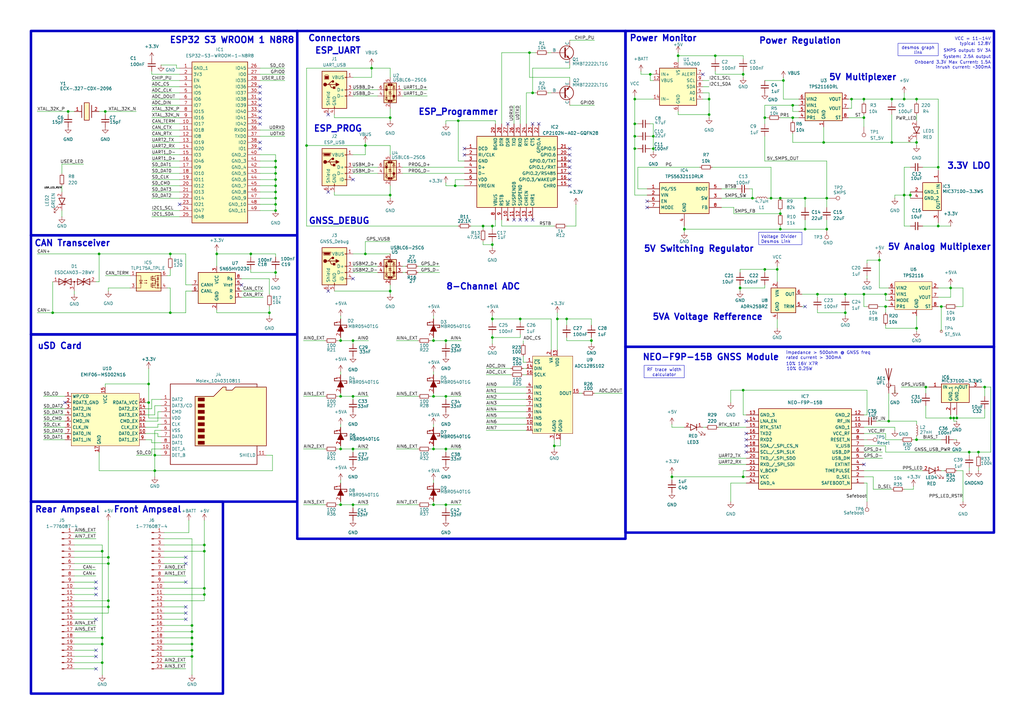
<source format=kicad_sch>
(kicad_sch (version 20250114) (generator "eeschema") (generator_version "9.0")
  (paper "A3")
  (title_block (title "SDM26 Datalogger") (date "2025-06-06") (rev "3.2") (company "Sun Devil Motorsports"))
  (rectangle (start 121.92 12.7) (end 256.54 220.98) (stroke (width 1.016)))
  (rectangle (start 12.7 205.74) (end 91.44 284.48) (stroke (width 1.016)))
  (rectangle (start 256.54 142.24) (end 407.67 218.44) (stroke (width 1.016)))
  (rectangle (start 256.54 12.7) (end 407.67 142.24) (stroke (width 1.016)))
  (rectangle (start 12.7 137.16) (end 121.92 205.74) (stroke (width 1.016)))
  (rectangle (start 12.7 12.7) (end 121.92 96.52) (stroke (width 1.016)))
  (rectangle (start 12.7 96.52) (end 121.92 137.16) (stroke (width 1.016)))
  (text "Power Regulation" (at 311.15 18.288 0) (effects (font (size 2.54 2.54) (thickness 0.512) (bold yes)) (justify left bottom)))
  (text "5V Multiplexer" (at 339.852 33.274 0) (effects (font (size 2.54 2.54) (thickness 0.512) (bold yes)) (justify left bottom)))
  (text "CAN Transceiver" (at 13.97 101.346 0) (effects (font (size 2.54 2.54) (thickness 0.512) (bold yes)) (justify left bottom)))
  (text "10% 16V X7R" (at 322.326 150.114 0) (effects (font (size 1.27 1.27)) (justify left bottom)))
  (text "inrush current: ~300mA" (at 406.4 28.448 0) (effects (font (size 1.27 1.27)) (justify right bottom)))
  (text "5V Switching Regulator" (at 263.906 103.632 0) (effects (font (size 2.54 2.54) (thickness 0.512) (bold yes)) (justify left bottom)))
  (text "5V Analog Multiplexer" (at 363.982 102.87 0) (effects (font (size 2.54 2.54) (thickness 0.512) (bold yes)) (justify left bottom)))
  (text "ESP32 S3 WROOM 1 N8R8" (at 120.904 18.034 0) (effects (font (size 2.54 2.54) (thickness 0.512) (bold yes)) (justify right bottom)))
  (text "Power Monitor" (at 258.064 17.272 0) (effects (font (size 2.54 2.54) (thickness 0.512) (bold yes)) (justify left bottom)))
  (text "Connectors" (at 126.238 17.272 0) (effects (font (size 2.54 2.54) (thickness 0.512) (bold yes)) (justify left bottom)))
  (text "10% 0.25W" (at 322.58 152.146 0) (effects (font (size 1.27 1.27)) (justify left bottom)))
  (text "ESP_PROG" (at 128.524 54.356 0) (effects (font (size 2.54 2.54) (thickness 0.512) (bold yes)) (justify left bottom)))
  (text "Onboard 3.3V Max Current: 1.5A" (at 406.4 26.416 0) (effects (font (size 1.27 1.27)) (justify right bottom)))
  (text "impedance > 500ohm @ GNSS freq\nrated current > 300mA" (at 322.326 147.574 0) (effects (font (size 1.27 1.27)) (justify left bottom)))
  (text "Front Ampseal" (at 46.482 210.566 0) (effects (font (size 2.54 2.54) (thickness 0.512) (bold yes)) (justify left bottom)))
  (text "3.3V LDO" (at 388.366 69.596 0) (effects (font (size 2.54 2.54) (thickness 0.512) (bold yes)) (justify left bottom)))
  (text "VCC = 11-14V\ntypical 12.8V" (at 406.4 18.796 0) (effects (font (size 1.27 1.27)) (justify right bottom)))
  (text "GNSS_DEBUG" (at 126.492 92.202 0) (effects (font (size 2.54 2.54) (thickness 0.512) (bold yes)) (justify left bottom)))
  (text "ESP_UART" (at 129.032 22.352 0) (effects (font (size 2.54 2.54) (thickness 0.512) (bold yes)) (justify left bottom)))
  (text "8-Channel ADC" (at 182.88 119.126 0) (effects (font (size 2.54 2.54) (thickness 0.512) (bold yes)) (justify left bottom)))
  (text "uSD Card" (at 15.24 143.51 0) (effects (font (size 2.54 2.54) (thickness 0.512) (bold yes)) (justify left bottom)))
  (text "ESP_Programmer" (at 171.45 47.498 0) (effects (font (size 2.54 2.54) (thickness 0.512) (bold yes)) (justify left bottom)))
  (text "5VA Voltage Refference " (at 267.462 131.572 0) (effects (font (size 2.54 2.54) (thickness 0.512) (bold yes)) (justify left bottom)))
  (text "SMPS output: 5V 3A" (at 406.4 21.59 0) (effects (font (size 1.27 1.27)) (justify right bottom)))
  (text "NEO-F9P-15B GNSS Module" (at 263.398 148.082 0) (effects (font (size 2.54 2.54) (thickness 0.512) (bold yes)) (justify left bottom)))
  (text "System: 2.5A output" (at 406.4 24.13 0) (effects (font (size 1.27 1.27)) (justify right bottom)))
  (text "Rear Ampseal\n" (at 14.224 210.566 0) (effects (font (size 2.54 2.54) (thickness 0.512) (bold yes)) (justify left bottom)))
  (text_box "desmos graph link" (at 368.3 17.78 0) (size 16.51 5.08) (margins 0.9525 0.9525 0.9525 0.9525) (effects (font (size 1.27 1.27)) (justify top)))
  (text_box "Voltage Divider Desmos Link" (at 311.15 95.25 0) (size 17.78 5.08) (margins 0.9525 0.9525 0.9525 0.9525) (effects (font (size 1.27 1.27)) (justify left top)))
  (text_box "RF trace width calculator" (at 264.16 149.86 0) (size 16.51 5.08) (margins 0.9525 0.9525 0.9525 0.9525) (effects (font (size 1.27 1.27)) (justify top)))
  (junction (at 373.38 80.01))
  (junction (at 41.91 226.06))
  (junction (at 83.82 226.06))
  (junction (at 27.94 45.72))
  (junction (at 364.49 172.72))
  (junction (at 365.76 58.42))
  (junction (at 139.7 184.15))
  (junction (at 330.2 81.28))
  (junction (at 228.6 130.81))
  (junction (at 304.8 160.02))
  (junction (at 363.22 120.65))
  (junction (at 320.04 93.98))
  (junction (at 78.74 269.24))
  (junction (at 278.13 22.86))
  (junction (at 293.37 22.86))
  (junction (at 266.7 30.48))
  (junction (at 182.88 139.7))
  (junction (at 386.08 125.73))
  (junction (at 354.33 48.26))
  (junction (at 186.69 76.2))
  (junction (at 177.8 207.01))
  (junction (at 242.57 139.7))
  (junction (at 78.74 266.7))
  (junction (at 313.69 48.26))
  (junction (at 384.81 92.71))
  (junction (at 370.84 40.64))
  (junction (at 160.02 119.38))
  (junction (at 308.61 81.28))
  (junction (at 44.45 248.92))
  (junction (at 217.17 21.59))
  (junction (at 113.03 111.76))
  (junction (at 69.85 128.27))
  (junction (at 44.45 246.38))
  (junction (at 403.86 158.75))
  (junction (at 260.35 60.96))
  (junction (at 198.12 92.71))
  (junction (at 379.73 158.75))
  (junction (at 391.16 171.45))
  (junction (at 177.8 162.56))
  (junction (at 370.84 80.01))
  (junction (at 177.8 139.7))
  (junction (at 177.8 184.15))
  (junction (at 144.78 139.7))
  (junction (at 187.96 49.53))
  (junction (at 78.74 259.08))
  (junction (at 318.77 110.49))
  (junction (at 290.83 46.99))
  (junction (at 41.91 271.78))
  (junction (at 304.8 30.48))
  (junction (at 290.83 40.64))
  (junction (at 144.78 207.01))
  (junction (at 113.03 71.12))
  (junction (at 316.23 81.28))
  (junction (at 397.51 185.42))
  (junction (at 325.12 48.26))
  (junction (at 267.97 60.96))
  (junction (at 144.78 184.15))
  (junction (at 346.71 120.65))
  (junction (at 139.7 139.7))
  (junction (at 44.45 228.6))
  (junction (at 365.76 40.64))
  (junction (at 102.87 104.14))
  (junction (at 88.9 104.14))
  (junction (at 339.09 81.28))
  (junction (at 267.97 55.88))
  (junction (at 83.82 241.3))
  (junction (at 330.2 93.98))
  (junction (at 275.59 195.58))
  (junction (at 160.02 80.01))
  (junction (at 113.03 76.2))
  (junction (at 139.7 162.56))
  (junction (at 375.92 58.42))
  (junction (at 152.4 27.94))
  (junction (at 41.91 261.62))
  (junction (at 313.69 110.49))
  (junction (at 260.35 40.64))
  (junction (at 63.5 186.69))
  (junction (at 160.02 48.26))
  (junction (at 337.82 58.42))
  (junction (at 392.43 171.45))
  (junction (at 201.93 130.81))
  (junction (at 232.41 130.81))
  (junction (at 69.85 104.14))
  (junction (at 113.03 68.58))
  (junction (at 113.03 66.04))
  (junction (at 320.04 81.28))
  (junction (at 201.93 138.43))
  (junction (at 110.49 128.27))
  (junction (at 83.82 243.84))
  (junction (at 113.03 81.28))
  (junction (at 43.18 45.72))
  (junction (at 113.03 73.66))
  (junction (at 218.44 38.1))
  (junction (at 201.93 100.33))
  (junction (at 325.12 43.18))
  (junction (at 60.96 165.1))
  (junction (at 354.33 120.65))
  (junction (at 360.68 106.68))
  (junction (at 40.64 104.14))
  (junction (at 321.31 33.02))
  (junction (at 182.88 207.01))
  (junction (at 304.8 195.58))
  (junction (at 260.35 55.88))
  (junction (at 260.35 50.8))
  (junction (at 144.78 162.56))
  (junction (at 44.45 231.14))
  (junction (at 363.22 125.73))
  (junction (at 320.04 87.63))
  (junction (at 139.7 207.01))
  (junction (at 375.92 134.62))
  (junction (at 149.86 104.14))
  (junction (at 182.88 162.56))
  (junction (at 375.92 40.64))
  (junction (at 113.03 83.82))
  (junction (at 83.82 223.52))
  (junction (at 182.88 184.15))
  (junction (at 213.36 130.81))
  (junction (at 78.74 264.16))
  (junction (at 41.91 264.16))
  (junction (at 349.25 40.64))
  (junction (at 401.32 185.42))
  (junction (at 384.81 68.58))
  (junction (at 375.92 180.34))
  (junction (at 280.67 93.98))
  (junction (at 113.03 86.36))
  (junction (at 201.93 92.71))
  (junction (at 78.74 261.62))
  (junction (at 149.86 59.69))
  (junction (at 346.71 128.27))
  (junction (at 78.74 256.54))
  (junction (at 389.89 171.45))
  (junction (at 303.53 118.11))
  (junction (at 60.96 157.48))
  (junction (at 21.59 128.27))
  (junction (at 335.28 120.65))
  (junction (at 354.33 40.64))
  (junction (at 227.33 182.88))
  (junction (at 63.5 193.04))
  (junction (at 339.09 93.98))
  (junction (at 113.03 78.74))
  (junction (at 389.89 118.11))
  (junction (at 125.73 59.69))
  (no_connect (at 106.68 48.26))
  (no_connect (at 208.28 50.8))
  (no_connect (at 106.68 45.72))
  (no_connect (at 306.07 172.72))
  (no_connect (at 76.2 254))
  (no_connect (at 76.2 248.92))
  (no_connect (at 218.44 90.17))
  (no_connect (at 330.2 125.73))
  (no_connect (at 213.36 90.17))
  (no_connect (at 306.07 180.34))
  (no_connect (at 306.07 185.42))
  (no_connect (at 106.68 40.64))
  (no_connect (at 233.68 73.66))
  (no_connect (at 233.68 76.2))
  (no_connect (at 26.67 165.1))
  (no_connect (at 354.33 190.5))
  (no_connect (at 233.68 63.5))
  (no_connect (at 39.37 254))
  (no_connect (at 76.2 238.76))
  (no_connect (at 233.68 71.12))
  (no_connect (at 265.43 85.09))
  (no_connect (at 134.62 78.74))
  (no_connect (at 215.9 90.17))
  (no_connect (at 39.37 241.3))
  (no_connect (at 134.62 46.99))
  (no_connect (at 106.68 50.8))
  (no_connect (at 106.68 38.1))
  (no_connect (at 73.66 83.82))
  (no_connect (at 76.2 251.46))
  (no_connect (at 106.68 35.56))
  (no_connect (at 210.82 90.17))
  (no_connect (at 39.37 269.24))
  (no_connect (at 218.44 50.8))
  (no_connect (at 144.78 114.3))
  (no_connect (at 76.2 228.6))
  (no_connect (at 144.78 73.66))
  (no_connect (at 39.37 266.7))
  (no_connect (at 39.37 243.84))
  (no_connect (at 288.29 30.48))
  (no_connect (at 39.37 238.76))
  (no_connect (at 134.62 119.38))
  (no_connect (at 306.07 182.88))
  (no_connect (at 106.68 43.18))
  (no_connect (at 190.5 60.96))
  (no_connect (at 99.06 116.84))
  (no_connect (at 106.68 60.96))
  (no_connect (at 306.07 177.8))
  (no_connect (at 106.68 58.42))
  (no_connect (at 233.68 68.58))
  (no_connect (at 233.68 66.04))
  (no_connect (at 220.98 50.8))
  (no_connect (at 233.68 60.96))
  (no_connect (at 265.43 82.55))
  (no_connect (at 76.2 231.14))
  (no_connect (at 190.5 63.5))
  (no_connect (at 39.37 274.32))
  (wire (pts (xy 278.13 21.59) (xy 278.13 22.86)))
  (wire (pts (xy 67.31 254) (xy 76.2 254)))
  (wire (pts (xy 354.33 195.58) (xy 358.14 195.58)))
  (wire (pts (xy 180.34 109.22) (xy 171.45 109.22)))
  (wire (pts (xy 363.22 125.73) (xy 363.22 128.27)))
  (wire (pts (xy 67.31 274.32) (xy 76.2 274.32)))
  (wire (pts (xy 237.49 161.29) (xy 238.76 161.29)))
  (wire (pts (xy 68.58 118.11) (xy 69.85 118.11)))
  (wire (pts (xy 367.03 161.29) (xy 367.03 160.02)))
  (wire (pts (xy 69.85 113.03) (xy 69.85 110.49)))
  (wire (pts (xy 62.23 68.58) (xy 73.66 68.58)))
  (wire (pts (xy 177.8 139.7) (xy 177.8 138.43)))
  (wire (pts (xy 318.77 130.81) (xy 318.77 134.62)))
  (wire (pts (xy 30.48 251.46) (xy 44.45 251.46)))
  (wire (pts (xy 182.88 162.56) (xy 189.23 162.56)))
  (wire (pts (xy 280.67 93.98) (xy 280.67 92.71)))
  (wire (pts (xy 363.22 123.19) (xy 363.22 120.65)))
  (wire (pts (xy 313.69 43.18) (xy 325.12 43.18)))
  (wire (pts (xy 214.63 153.67) (xy 215.9 153.67)))
  (wire (pts (xy 354.33 40.64) (xy 354.33 41.91)))
  (wire (pts (xy 327.66 40.64) (xy 321.31 40.64)))
  (wire (pts (xy 375.92 58.42) (xy 375.92 59.69)))
  (wire (pts (xy 160.02 119.38) (xy 160.02 120.65)))
  (wire (pts (xy 182.88 207.01) (xy 189.23 207.01)))
  (wire (pts (xy 144.78 104.14) (xy 149.86 104.14)))
  (wire (pts (xy 199.39 151.13) (xy 209.55 151.13)))
  (wire (pts (xy 15.24 45.72) (xy 27.94 45.72)))
  (wire (pts (xy 78.74 264.16) (xy 78.74 266.7)))
  (wire (pts (xy 262.89 30.48) (xy 266.7 30.48)))
  (wire (pts (xy 111.76 186.69) (xy 111.76 193.04)))
  (wire (pts (xy 198.12 100.33) (xy 201.93 100.33)))
  (wire (pts (xy 199.39 158.75) (xy 215.9 158.75)))
  (wire (pts (xy 261.62 55.88) (xy 260.35 55.88)))
  (wire (pts (xy 349.25 40.64) (xy 349.25 44.45)))
  (wire (pts (xy 62.23 76.2) (xy 73.66 76.2)))
  (wire (pts (xy 295.91 81.28) (xy 308.61 81.28)))
  (wire (pts (xy 67.31 218.44) (xy 77.47 218.44)))
  (wire (pts (xy 67.31 233.68) (xy 76.2 233.68)))
  (wire (pts (xy 198.12 92.71) (xy 201.93 92.71)))
  (wire (pts (xy 232.41 139.7) (xy 242.57 139.7)))
  (wire (pts (xy 375.92 172.72) (xy 375.92 173.99)))
  (wire (pts (xy 198.12 99.06) (xy 198.12 100.33)))
  (wire (pts (xy 62.23 86.36) (xy 73.66 86.36)))
  (wire (pts (xy 76.2 104.14) (xy 76.2 116.84)))
  (wire (pts (xy 40.64 193.04) (xy 63.5 193.04)))
  (wire (pts (xy 124.46 162.56) (xy 133.35 162.56)))
  (wire (pts (xy 30.48 259.08) (xy 39.37 259.08)))
  (wire (pts (xy 66.04 166.37) (xy 63.5 166.37)))
  (wire (pts (xy 30.48 233.68) (xy 39.37 233.68)))
  (wire (pts (xy 177.8 139.7) (xy 182.88 139.7)))
  (wire (pts (xy 17.78 162.56) (xy 26.67 162.56)))
  (wire (pts (xy 201.93 138.43) (xy 201.93 140.97)))
  (wire (pts (xy 59.69 167.64) (xy 62.23 167.64)))
  (wire (pts (xy 137.16 80.01) (xy 137.16 78.74)))
  (wire (pts (xy 290.83 38.1) (xy 288.29 38.1)))
  (wire (pts (xy 30.48 220.98) (xy 39.37 220.98)))
  (wire (pts (xy 67.31 223.52) (xy 83.82 223.52)))
  (wire (pts (xy 149.86 104.14) (xy 160.02 104.14)))
  (wire (pts (xy 280.67 93.98) (xy 320.04 93.98)))
  (wire (pts (xy 138.43 139.7) (xy 139.7 139.7)))
  (wire (pts (xy 228.6 130.81) (xy 228.6 143.51)))
  (wire (pts (xy 78.74 256.54) (xy 78.74 259.08)))
  (wire (pts (xy 320.04 86.36) (xy 320.04 87.63)))
  (wire (pts (xy 321.31 33.02) (xy 321.31 40.64)))
  (wire (pts (xy 106.68 68.58) (xy 113.03 68.58)))
  (wire (pts (xy 25.4 76.2) (xy 25.4 78.74)))
  (wire (pts (xy 139.7 129.54) (xy 139.7 130.81)))
  (wire (pts (xy 325.12 48.26) (xy 327.66 48.26)))
  (wire (pts (xy 354.33 120.65) (xy 363.22 120.65)))
  (wire (pts (xy 275.59 173.99) (xy 275.59 175.26)))
  (wire (pts (xy 190.5 66.04) (xy 187.96 66.04)))
  (wire (pts (xy 403.86 158.75) (xy 406.4 158.75)))
  (wire (pts (xy 63.5 166.37) (xy 63.5 170.18)))
  (wire (pts (xy 144.78 185.42) (xy 144.78 184.15)))
  (wire (pts (xy 401.32 185.42) (xy 406.4 185.42)))
  (wire (pts (xy 88.9 104.14) (xy 88.9 109.22)))
  (wire (pts (xy 303.53 118.11) (xy 303.53 119.38)))
  (wire (pts (xy 106.68 76.2) (xy 113.03 76.2)))
  (wire (pts (xy 313.69 66.04) (xy 339.09 66.04)))
  (wire (pts (xy 375.92 134.62) (xy 363.22 134.62)))
  (wire (pts (xy 233.68 31.75) (xy 233.68 33.02)))
  (wire (pts (xy 62.23 35.56) (xy 73.66 35.56)))
  (wire (pts (xy 30.48 271.78) (xy 41.91 271.78)))
  (wire (pts (xy 355.6 125.73) (xy 354.33 125.73)))
  (wire (pts (xy 106.68 27.94) (xy 116.84 27.94)))
  (wire (pts (xy 64.77 179.07) (xy 66.04 179.07)))
  (wire (pts (xy 30.48 223.52) (xy 41.91 223.52)))
  (wire (pts (xy 242.57 138.43) (xy 242.57 139.7)))
  (wire (pts (xy 187.96 49.53) (xy 187.96 66.04)))
  (wire (pts (xy 293.37 22.86) (xy 304.8 22.86)))
  (wire (pts (xy 73.66 27.94) (xy 72.39 27.94)))
  (wire (pts (xy 363.22 180.34) (xy 363.22 177.8)))
  (wire (pts (xy 288.29 35.56) (xy 290.83 35.56)))
  (wire (pts (xy 110.49 128.27) (xy 110.49 129.54)))
  (wire (pts (xy 15.24 128.27) (xy 21.59 128.27)))
  (wire (pts (xy 201.93 99.06) (xy 201.93 100.33)))
  (wire (pts (xy 278.13 45.72) (xy 278.13 46.99)))
  (wire (pts (xy 139.7 152.4) (xy 139.7 153.67)))
  (wire (pts (xy 384.81 68.58) (xy 384.81 69.85)))
  (wire (pts (xy 30.48 246.38) (xy 44.45 246.38)))
  (wire (pts (xy 62.23 48.26) (xy 73.66 48.26)))
  (wire (pts (xy 360.68 125.73) (xy 363.22 125.73)))
  (wire (pts (xy 165.1 36.83) (xy 175.26 36.83)))
  (wire (pts (xy 113.03 111.76) (xy 113.03 113.03)))
  (wire (pts (xy 43.18 158.75) (xy 43.18 157.48)))
  (wire (pts (xy 162.56 139.7) (xy 171.45 139.7)))
  (wire (pts (xy 62.23 55.88) (xy 73.66 55.88)))
  (wire (pts (xy 370.84 68.58) (xy 373.38 68.58)))
  (wire (pts (xy 266.7 33.02) (xy 267.97 33.02)))
  (wire (pts (xy 214.63 139.7) (xy 214.63 140.97)))
  (wire (pts (xy 304.8 160.02) (xy 304.8 170.18)))
  (wire (pts (xy 354.33 175.26) (xy 367.03 175.26)))
  (wire (pts (xy 124.46 139.7) (xy 133.35 139.7)))
  (wire (pts (xy 67.31 248.92) (xy 76.2 248.92)))
  (wire (pts (xy 182.88 184.15) (xy 189.23 184.15)))
  (wire (pts (xy 316.23 81.28) (xy 320.04 81.28)))
  (wire (pts (xy 106.68 81.28) (xy 113.03 81.28)))
  (wire (pts (xy 260.35 80.01) (xy 265.43 80.01)))
  (wire (pts (xy 210.82 50.8) (xy 210.82 43.18)))
  (wire (pts (xy 306.07 193.04) (xy 304.8 193.04)))
  (wire (pts (xy 73.66 63.5) (xy 62.23 63.5)))
  (wire (pts (xy 349.25 40.64) (xy 354.33 40.64)))
  (wire (pts (xy 335.28 128.27) (xy 335.28 127)))
  (wire (pts (xy 76.2 116.84) (xy 78.74 116.84)))
  (wire (pts (xy 304.8 30.48) (xy 304.8 31.75)))
  (wire (pts (xy 144.78 207.01) (xy 151.13 207.01)))
  (wire (pts (xy 288.29 175.26) (xy 289.56 175.26)))
  (wire (pts (xy 40.64 104.14) (xy 69.85 104.14)))
  (wire (pts (xy 365.76 40.64) (xy 370.84 40.64)))
  (wire (pts (xy 17.78 180.34) (xy 26.67 180.34)))
  (wire (pts (xy 62.23 58.42) (xy 73.66 58.42)))
  (wire (pts (xy 375.92 57.15) (xy 375.92 58.42)))
  (wire (pts (xy 40.64 45.72) (xy 43.18 45.72)))
  (wire (pts (xy 367.03 80.01) (xy 367.03 81.28)))
  (wire (pts (xy 137.16 80.01) (xy 160.02 80.01)))
  (wire (pts (xy 176.53 207.01) (xy 177.8 207.01)))
  (wire (pts (xy 125.73 59.69) (xy 149.86 59.69)))
  (wire (pts (xy 325.12 45.72) (xy 327.66 45.72)))
  (wire (pts (xy 186.69 76.2) (xy 190.5 76.2)))
  (wire (pts (xy 109.22 186.69) (xy 111.76 186.69)))
  (wire (pts (xy 355.6 198.12) (xy 355.6 205.74)))
  (wire (pts (xy 125.73 59.69) (xy 125.73 92.71)))
  (wire (pts (xy 83.82 243.84) (xy 83.82 246.38)))
  (wire (pts (xy 41.91 261.62) (xy 41.91 264.16)))
  (wire (pts (xy 102.87 104.14) (xy 113.03 104.14)))
  (wire (pts (xy 233.68 27.94) (xy 233.68 26.67)))
  (wire (pts (xy 78.74 269.24) (xy 78.74 276.86)))
  (wire (pts (xy 62.23 30.48) (xy 73.66 30.48)))
  (wire (pts (xy 144.78 162.56) (xy 151.13 162.56)))
  (wire (pts (xy 62.23 88.9) (xy 73.66 88.9)))
  (wire (pts (xy 384.81 118.11) (xy 389.89 118.11)))
  (wire (pts (xy 63.5 193.04) (xy 111.76 193.04)))
  (wire (pts (xy 354.33 48.26) (xy 354.33 46.99)))
  (wire (pts (xy 78.74 220.98) (xy 78.74 256.54)))
  (wire (pts (xy 397.51 186.69) (xy 397.51 185.42)))
  (wire (pts (xy 290.83 40.64) (xy 290.83 46.99)))
  (wire (pts (xy 149.86 59.69) (xy 149.86 63.5)))
  (wire (pts (xy 375.92 179.07) (xy 375.92 180.34)))
  (wire (pts (xy 363.22 185.42) (xy 363.22 182.88)))
  (wire (pts (xy 275.59 195.58) (xy 275.59 194.31)))
  (wire (pts (xy 233.68 16.51) (xy 243.84 16.51)))
  (wire (pts (xy 306.07 195.58) (xy 304.8 195.58)))
  (wire (pts (xy 304.8 195.58) (xy 304.8 193.04)))
  (wire (pts (xy 113.03 110.49) (xy 113.03 111.76)))
  (wire (pts (xy 64.77 168.91) (xy 64.77 172.72)))
  (wire (pts (xy 325.12 54.61) (xy 325.12 58.42)))
  (wire (pts (xy 370.84 80.01) (xy 367.03 80.01)))
  (wire (pts (xy 375.92 134.62) (xy 375.92 135.89)))
  (wire (pts (xy 303.53 111.76) (xy 303.53 110.49)))
  (wire (pts (xy 160.02 76.2) (xy 160.02 80.01)))
  (wire (pts (xy 160.02 44.45) (xy 160.02 48.26)))
  (wire (pts (xy 199.39 168.91) (xy 215.9 168.91)))
  (wire (pts (xy 365.76 46.99) (xy 365.76 58.42)))
  (wire (pts (xy 144.78 36.83) (xy 154.94 36.83)))
  (wire (pts (xy 62.23 163.83) (xy 66.04 163.83)))
  (wire (pts (xy 99.06 119.38) (xy 107.95 119.38)))
  (wire (pts (xy 182.88 139.7) (xy 189.23 139.7)))
  (wire (pts (xy 40.64 185.42) (xy 40.64 193.04)))
  (wire (pts (xy 106.68 86.36) (xy 113.03 86.36)))
  (wire (pts (xy 214.63 148.59) (xy 214.63 146.05)))
  (wire (pts (xy 177.8 207.01) (xy 177.8 205.74)))
  (wire (pts (xy 144.78 139.7) (xy 151.13 139.7)))
  (wire (pts (xy 354.33 198.12) (xy 355.6 198.12)))
  (wire (pts (xy 307.34 77.47) (xy 308.61 77.47)))
  (wire (pts (xy 328.93 120.65) (xy 335.28 120.65)))
  (wire (pts (xy 375.92 46.99) (xy 375.92 49.53)))
  (wire (pts (xy 347.98 40.64) (xy 349.25 40.64)))
  (wire (pts (xy 358.14 200.66) (xy 365.76 200.66)))
  (wire (pts (xy 165.1 39.37) (xy 175.26 39.37)))
  (wire (pts (xy 30.48 228.6) (xy 44.45 228.6)))
  (wire (pts (xy 113.03 104.14) (xy 113.03 105.41)))
  (wire (pts (xy 66.04 173.99) (xy 64.77 173.99)))
  (wire (pts (xy 355.6 107.95) (xy 355.6 106.68)))
  (wire (pts (xy 201.93 100.33) (xy 201.93 101.6)))
  (wire (pts (xy 30.48 264.16) (xy 41.91 264.16)))
  (wire (pts (xy 30.48 226.06) (xy 41.91 226.06)))
  (wire (pts (xy 364.49 161.29) (xy 364.49 172.72)))
  (wire (pts (xy 138.43 207.01) (xy 139.7 207.01)))
  (wire (pts (xy 15.24 104.14) (xy 40.64 104.14)))
  (wire (pts (xy 106.68 78.74) (xy 113.03 78.74)))
  (wire (pts (xy 384.81 121.92) (xy 389.89 121.92)))
  (wire (pts (xy 40.64 104.14) (xy 40.64 115.57)))
  (wire (pts (xy 62.23 50.8) (xy 73.66 50.8)))
  (wire (pts (xy 67.31 246.38) (xy 83.82 246.38)))
  (wire (pts (xy 199.39 171.45) (xy 215.9 171.45)))
  (wire (pts (xy 67.31 236.22) (xy 76.2 236.22)))
  (wire (pts (xy 370.84 80.01) (xy 370.84 92.71)))
  (wire (pts (xy 354.33 177.8) (xy 363.22 177.8)))
  (wire (pts (xy 355.6 106.68) (xy 360.68 106.68)))
  (wire (pts (xy 66.04 168.91) (xy 64.77 168.91)))
  (wire (pts (xy 232.41 130.81) (xy 228.6 130.81)))
  (wire (pts (xy 275.59 195.58) (xy 304.8 195.58)))
  (wire (pts (xy 260.35 60.96) (xy 260.35 80.01)))
  (wire (pts (xy 88.9 104.14) (xy 102.87 104.14)))
  (wire (pts (xy 213.36 50.8) (xy 213.36 43.18)))
  (wire (pts (xy 176.53 162.56) (xy 177.8 162.56)))
  (wire (pts (xy 278.13 22.86) (xy 278.13 25.4)))
  (wire (pts (xy 53.34 113.03) (xy 43.18 113.03)))
  (wire (pts (xy 260.35 55.88) (xy 260.35 60.96)))
  (wire (pts (xy 62.23 60.96) (xy 73.66 60.96)))
  (wire (pts (xy 313.69 66.04) (xy 313.69 55.88)))
  (wire (pts (xy 218.44 27.94) (xy 218.44 38.1)))
  (wire (pts (xy 180.34 111.76) (xy 171.45 111.76)))
  (wire (pts (xy 78.74 259.08) (xy 78.74 261.62)))
  (wire (pts (xy 236.22 92.71) (xy 236.22 83.82)))
  (wire (pts (xy 113.03 76.2) (xy 113.03 78.74)))
  (wire (pts (xy 27.94 46.99) (xy 27.94 45.72)))
  (wire (pts (xy 149.86 99.06) (xy 160.02 99.06)))
  (wire (pts (xy 359.41 172.72) (xy 364.49 172.72)))
  (wire (pts (xy 294.64 175.26) (xy 306.07 175.26)))
  (wire (pts (xy 69.85 105.41) (xy 69.85 104.14)))
  (wire (pts (xy 391.16 171.45) (xy 392.43 171.45)))
  (wire (pts (xy 44.45 246.38) (xy 44.45 248.92)))
  (wire (pts (xy 144.78 31.75) (xy 152.4 31.75)))
  (wire (pts (xy 124.46 184.15) (xy 133.35 184.15)))
  (wire (pts (xy 106.68 30.48) (xy 116.84 30.48)))
  (wire (pts (xy 43.18 45.72) (xy 55.88 45.72)))
  (wire (pts (xy 66.04 26.67) (xy 72.39 26.67)))
  (wire (pts (xy 60.96 165.1) (xy 60.96 157.48)))
  (wire (pts (xy 30.48 241.3) (xy 39.37 241.3)))
  (wire (pts (xy 361.95 187.96) (xy 354.33 187.96)))
  (wire (pts (xy 295.91 77.47) (xy 302.26 77.47)))
  (wire (pts (xy 77.47 213.36) (xy 77.47 218.44)))
  (wire (pts (xy 205.74 92.71) (xy 227.33 92.71)))
  (wire (pts (xy 374.65 180.34) (xy 375.92 180.34)))
  (wire (pts (xy 304.8 160.02) (xy 355.6 160.02)))
  (wire (pts (xy 125.73 27.94) (xy 125.73 59.69)))
  (wire (pts (xy 144.78 184.15) (xy 139.7 184.15)))
  (wire (pts (xy 66.04 176.53) (xy 63.5 176.53)))
  (wire (pts (xy 67.31 220.98) (xy 78.74 220.98)))
  (wire (pts (xy 144.78 140.97) (xy 144.78 139.7)))
  (wire (pts (xy 139.7 162.56) (xy 144.78 162.56)))
  (wire (pts (xy 67.31 238.76) (xy 76.2 238.76)))
  (wire (pts (xy 304.8 29.21) (xy 304.8 30.48)))
  (wire (pts (xy 149.86 58.42) (xy 149.86 59.69)))
  (wire (pts (xy 30.48 243.84) (xy 39.37 243.84)))
  (wire (pts (xy 139.7 173.99) (xy 139.7 175.26)))
  (wire (pts (xy 72.39 26.67) (xy 72.39 27.94)))
  (wire (pts (xy 106.68 73.66) (xy 113.03 73.66)))
  (wire (pts (xy 392.43 170.18) (xy 392.43 171.45)))
  (wire (pts (xy 335.28 120.65) (xy 346.71 120.65)))
  (wire (pts (xy 67.31 271.78) (xy 76.2 271.78)))
  (wire (pts (xy 67.31 264.16) (xy 78.74 264.16)))
  (wire (pts (xy 182.88 76.2) (xy 182.88 74.93)))
  (wire (pts (xy 292.1 68.58) (xy 316.23 68.58)))
  (wire (pts (xy 21.59 128.27) (xy 69.85 128.27)))
  (wire (pts (xy 30.48 236.22) (xy 39.37 236.22)))
  (wire (pts (xy 373.38 80.01) (xy 370.84 80.01)))
  (wire (pts (xy 293.37 29.21) (xy 293.37 30.48)))
  (wire (pts (xy 229.87 182.88) (xy 227.33 182.88)))
  (wire (pts (xy 397.51 185.42) (xy 401.32 185.42)))
  (wire (pts (xy 144.78 208.28) (xy 144.78 207.01)))
  (wire (pts (xy 363.22 125.73) (xy 364.49 125.73)))
  (wire (pts (xy 242.57 133.35) (xy 242.57 130.81)))
  (wire (pts (xy 41.91 271.78) (xy 41.91 276.86)))
  (wire (pts (xy 201.93 92.71) (xy 201.93 93.98)))
  (wire (pts (xy 67.31 243.84) (xy 83.82 243.84)))
  (wire (pts (xy 363.22 120.65) (xy 364.49 120.65)))
  (wire (pts (xy 182.88 162.56) (xy 182.88 163.83)))
  (wire (pts (xy 339.09 81.28) (xy 339.09 85.09)))
  (wire (pts (xy 346.71 128.27) (xy 346.71 127)))
  (wire (pts (xy 113.03 66.04) (xy 113.03 68.58)))
  (wire (pts (xy 217.17 21.59) (xy 219.71 21.59)))
  (wire (pts (xy 59.69 180.34) (xy 62.23 180.34)))
  (wire (pts (xy 199.39 173.99) (xy 215.9 173.99)))
  (wire (pts (xy 370.84 40.64) (xy 375.92 40.64)))
  (wire (pts (xy 62.23 33.02) (xy 73.66 33.02)))
  (wire (pts (xy 139.7 184.15) (xy 139.7 182.88)))
  (wire (pts (xy 337.82 52.07) (xy 337.82 58.42)))
  (wire (pts (xy 347.98 48.26) (xy 354.33 48.26)))
  (wire (pts (xy 389.89 170.18) (xy 389.89 171.45)))
  (wire (pts (xy 261.62 50.8) (xy 260.35 50.8)))
  (wire (pts (xy 30.48 261.62) (xy 41.91 261.62)))
  (wire (pts (xy 69.85 128.27) (xy 76.2 128.27)))
  (wire (pts (xy 389.89 118.11) (xy 389.89 116.84)))
  (wire (pts (xy 102.87 111.76) (xy 102.87 110.49)))
  (wire (pts (xy 265.43 77.47) (xy 261.62 77.47)))
  (wire (pts (xy 260.35 50.8) (xy 260.35 55.88)))
  (wire (pts (xy 243.84 161.29) (xy 255.27 161.29)))
  (wire (pts (xy 335.28 120.65) (xy 335.28 121.92)))
  (wire (pts (xy 394.97 118.11) (xy 389.89 118.11)))
  (wire (pts (xy 346.71 129.54) (xy 346.71 128.27)))
  (wire (pts (xy 139.7 139.7) (xy 139.7 138.43)))
  (wire (pts (xy 83.82 213.36) (xy 83.82 223.52)))
  (wire (pts (xy 63.5 176.53) (xy 63.5 186.69)))
  (wire (pts (xy 335.28 128.27) (xy 346.71 128.27)))
  (wire (pts (xy 106.68 66.04) (xy 113.03 66.04)))
  (wire (pts (xy 214.63 151.13) (xy 215.9 151.13)))
  (wire (pts (xy 186.69 73.66) (xy 186.69 76.2)))
  (wire (pts (xy 299.72 160.02) (xy 299.72 165.1)))
  (wire (pts (xy 162.56 184.15) (xy 171.45 184.15)))
  (wire (pts (xy 67.31 231.14) (xy 76.2 231.14)))
  (wire (pts (xy 67.31 251.46) (xy 76.2 251.46)))
  (wire (pts (xy 67.31 269.24) (xy 78.74 269.24)))
  (wire (pts (xy 261.62 77.47) (xy 261.62 68.58)))
  (wire (pts (xy 370.84 68.58) (xy 370.84 80.01)))
  (wire (pts (xy 308.61 77.47) (xy 308.61 81.28)))
  (wire (pts (xy 138.43 162.56) (xy 139.7 162.56)))
  (wire (pts (xy 144.78 109.22) (xy 154.94 109.22)))
  (wire (pts (xy 83.82 223.52) (xy 83.82 226.06)))
  (wire (pts (xy 313.69 48.26) (xy 313.69 50.8)))
  (wire (pts (xy 260.35 40.64) (xy 267.97 40.64)))
  (wire (pts (xy 339.09 81.28) (xy 330.2 81.28)))
  (wire (pts (xy 59.69 175.26) (xy 64.77 175.26)))
  (wire (pts (xy 267.97 50.8) (xy 267.97 55.88)))
  (wire (pts (xy 320.04 48.26) (xy 325.12 48.26)))
  (wire (pts (xy 139.7 139.7) (xy 144.78 139.7)))
  (wire (pts (xy 267.97 60.96) (xy 267.97 62.23)))
  (wire (pts (xy 160.02 59.69) (xy 160.02 63.5)))
  (wire (pts (xy 177.8 184.15) (xy 177.8 182.88)))
  (wire (pts (xy 99.06 121.92) (xy 107.95 121.92)))
  (wire (pts (xy 182.88 49.53) (xy 187.96 49.53)))
  (wire (pts (xy 233.68 27.94) (xy 218.44 27.94)))
  (wire (pts (xy 62.23 186.69) (xy 62.23 184.15)))
  (wire (pts (xy 320.04 93.98) (xy 330.2 93.98)))
  (wire (pts (xy 160.02 81.28) (xy 160.02 80.01)))
  (wire (pts (xy 113.03 78.74) (xy 113.03 81.28)))
  (wire (pts (xy 339.09 90.17) (xy 339.09 93.98)))
  (wire (pts (xy 64.77 173.99) (xy 64.77 175.26)))
  (wire (pts (xy 182.88 139.7) (xy 182.88 140.97)))
  (wire (pts (xy 198.12 93.98) (xy 198.12 92.71)))
  (wire (pts (xy 17.78 170.18) (xy 26.67 170.18)))
  (wire (pts (xy 144.78 71.12) (xy 154.94 71.12)))
  (wire (pts (xy 62.23 66.04) (xy 73.66 66.04)))
  (wire (pts (xy 43.18 157.48) (xy 60.96 157.48)))
  (wire (pts (xy 165.1 71.12) (xy 190.5 71.12)))
  (wire (pts (xy 177.8 207.01) (xy 182.88 207.01)))
  (wire (pts (xy 227.33 182.88) (xy 227.33 184.15)))
  (wire (pts (xy 62.23 45.72) (xy 73.66 45.72)))
  (wire (pts (xy 364.49 118.11) (xy 360.68 118.11)))
  (wire (pts (xy 165.1 68.58) (xy 190.5 68.58)))
  (wire (pts (xy 78.74 266.7) (xy 78.74 269.24)))
  (wire (pts (xy 182.88 184.15) (xy 182.88 185.42)))
  (wire (pts (xy 162.56 162.56) (xy 171.45 162.56)))
  (wire (pts (xy 62.23 43.18) (xy 73.66 43.18)))
  (wire (pts (xy 232.41 133.35) (xy 232.41 130.81)))
  (wire (pts (xy 313.69 111.76) (xy 313.69 110.49)))
  (wire (pts (xy 224.79 38.1) (xy 226.06 38.1)))
  (wire (pts (xy 261.62 60.96) (xy 260.35 60.96)))
  (wire (pts (xy 306.07 170.18) (xy 304.8 170.18)))
  (wire (pts (xy 325.12 48.26) (xy 325.12 49.53)))
  (wire (pts (xy 379.73 166.37) (xy 379.73 171.45)))
  (wire (pts (xy 55.88 186.69) (xy 62.23 186.69)))
  (wire (pts (xy 214.63 148.59) (xy 215.9 148.59)))
  (wire (pts (xy 144.78 162.56) (xy 144.78 163.83)))
  (wire (pts (xy 76.2 128.27) (xy 76.2 119.38)))
  (wire (pts (xy 106.68 83.82) (xy 113.03 83.82)))
  (wire (pts (xy 384.81 92.71) (xy 384.81 91.44)))
  (wire (pts (xy 43.18 46.99) (xy 43.18 45.72)))
  (wire (pts (xy 106.68 63.5) (xy 113.03 63.5)))
  (wire (pts (xy 313.69 43.18) (xy 313.69 48.26)))
  (wire (pts (xy 160.02 116.84) (xy 160.02 119.38)))
  (wire (pts (xy 62.23 40.64) (xy 73.66 40.64)))
  (wire (pts (xy 304.8 30.48) (xy 293.37 30.48)))
  (wire (pts (xy 313.69 118.11) (xy 303.53 118.11)))
  (wire (pts (xy 288.29 33.02) (xy 290.83 33.02)))
  (wire (pts (xy 199.39 163.83) (xy 215.9 163.83)))
  (wire (pts (xy 30.48 218.44) (xy 39.37 218.44)))
  (wire (pts (xy 67.31 256.54) (xy 78.74 256.54)))
  (wire (pts (xy 199.39 176.53) (xy 215.9 176.53)))
  (wire (pts (xy 83.82 226.06) (xy 83.82 241.3)))
  (wire (pts (xy 346.71 120.65) (xy 346.71 121.92)))
  (wire (pts (xy 290.83 46.99) (xy 290.83 48.26)))
  (wire (pts (xy 320.04 87.63) (xy 300.99 87.63)))
  (wire (pts (xy 63.5 193.04) (xy 63.5 195.58)))
  (wire (pts (xy 17.78 172.72) (xy 26.67 172.72)))
  (wire (pts (xy 201.93 137.16) (xy 201.93 138.43)))
  (wire (pts (xy 384.81 40.64) (xy 384.81 68.58)))
  (wire (pts (xy 364.49 123.19) (xy 363.22 123.19)))
  (wire (pts (xy 215.9 38.1) (xy 218.44 38.1)))
  (wire (pts (xy 176.53 139.7) (xy 177.8 139.7)))
  (wire (pts (xy 215.9 50.8) (xy 215.9 38.1)))
  (wire (pts (xy 62.23 73.66) (xy 73.66 73.66)))
  (wire (pts (xy 325.12 43.18) (xy 327.66 43.18)))
  (wire (pts (xy 138.43 184.15) (xy 139.7 184.15)))
  (wire (pts (xy 290.83 40.64) (xy 288.29 40.64)))
  (wire (pts (xy 299.72 198.12) (xy 306.07 198.12)))
  (wire (pts (xy 384.81 92.71) (xy 389.89 92.71)))
  (wire (pts (xy 365.76 58.42) (xy 375.92 58.42)))
  (wire (pts (xy 217.17 31.75) (xy 217.17 21.59)))
  (wire (pts (xy 278.13 22.86) (xy 293.37 22.86)))
  (wire (pts (xy 67.31 259.08) (xy 78.74 259.08)))
  (wire (pts (xy 30.48 254) (xy 39.37 254)))
  (wire (pts (xy 401.32 186.69) (xy 401.32 185.42)))
  (wire (pts (xy 367.03 175.26) (xy 367.03 176.53)))
  (wire (pts (xy 370.84 38.1) (xy 370.84 40.64)))
  (wire (pts (xy 160.02 27.94) (xy 160.02 31.75)))
  (wire (pts (xy 290.83 38.1) (xy 290.83 40.64)))
  (wire (pts (xy 213.36 130.81) (xy 226.06 130.81)))
  (wire (pts (xy 63.5 186.69) (xy 63.5 193.04)))
  (wire (pts (xy 267.97 55.88) (xy 267.97 60.96)))
  (wire (pts (xy 30.48 266.7) (xy 39.37 266.7)))
  (wire (pts (xy 299.72 198.12) (xy 299.72 205.74)))
  (wire (pts (xy 340.36 81.28) (xy 339.09 81.28)))
  (wire (pts (xy 233.68 31.75) (xy 217.17 31.75)))
  (wire (pts (xy 177.8 129.54) (xy 177.8 130.81)))
  (wire (pts (xy 375.92 40.64) (xy 375.92 41.91)))
  (wire (pts (xy 193.04 92.71) (xy 198.12 92.71)))
  (wire (pts (xy 313.69 33.02) (xy 321.31 33.02)))
  (wire (pts (xy 113.03 68.58) (xy 113.03 71.12)))
  (wire (pts (xy 177.8 173.99) (xy 177.8 175.26)))
  (wire (pts (xy 186.69 73.66) (xy 190.5 73.66)))
  (wire (pts (xy 88.9 102.87) (xy 88.9 104.14)))
  (wire (pts (xy 41.91 226.06) (xy 41.91 261.62)))
  (wire (pts (xy 88.9 128.27) (xy 88.9 127)))
  (wire (pts (xy 165.1 111.76) (xy 166.37 111.76)))
  (wire (pts (xy 373.38 78.74) (xy 373.38 80.01)))
  (wire (pts (xy 308.61 81.28) (xy 309.88 81.28)))
  (wire (pts (xy 59.69 170.18) (xy 63.5 170.18)))
  (wire (pts (xy 67.31 241.3) (xy 83.82 241.3)))
  (wire (pts (xy 266.7 50.8) (xy 267.97 50.8)))
  (wire (pts (xy 30.48 231.14) (xy 44.45 231.14)))
  (wire (pts (xy 358.14 195.58) (xy 358.14 200.66)))
  (wire (pts (xy 21.59 115.57) (xy 21.59 128.27)))
  (wire (pts (xy 346.71 120.65) (xy 354.33 120.65)))
  (wire (pts (xy 66.04 171.45) (xy 60.96 171.45)))
  (wire (pts (xy 68.58 113.03) (xy 69.85 113.03)))
  (wire (pts (xy 144.78 111.76) (xy 154.94 111.76)))
  (wire (pts (xy 110.49 114.3) (xy 110.49 120.65)))
  (wire (pts (xy 330.2 90.17) (xy 330.2 93.98)))
  (wire (pts (xy 201.93 92.71) (xy 203.2 92.71)))
  (wire (pts (xy 139.7 162.56) (xy 139.7 161.29)))
  (wire (pts (xy 314.96 81.28) (xy 316.23 81.28)))
  (wire (pts (xy 363.22 180.34) (xy 369.57 180.34)))
  (wire (pts (xy 106.68 55.88) (xy 116.84 55.88)))
  (wire (pts (xy 354.33 180.34) (xy 355.6 180.34)))
  (wire (pts (xy 365.76 40.64) (xy 365.76 41.91)))
  (wire (pts (xy 40.64 115.57) (xy 39.37 115.57)))
  (wire (pts (xy 25.4 71.12) (xy 25.4 67.31)))
  (wire (pts (xy 266.7 60.96) (xy 267.97 60.96)))
  (wire (pts (xy 64.77 177.8) (xy 64.77 179.07)))
  (wire (pts (xy 182.88 207.01) (xy 182.88 208.28)))
  (wire (pts (xy 203.2 49.53) (xy 187.96 49.53)))
  (wire (pts (xy 69.85 104.14) (xy 76.2 104.14)))
  (wire (pts (xy 162.56 207.01) (xy 171.45 207.01)))
  (wire (pts (xy 152.4 27.94) (xy 160.02 27.94)))
  (wire (pts (xy 379.73 158.75) (xy 379.73 161.29)))
  (wire (pts (xy 30.48 256.54) (xy 39.37 256.54)))
  (wire (pts (xy 330.2 81.28) (xy 330.2 85.09)))
  (wire (pts (xy 218.44 38.1) (xy 219.71 38.1)))
  (wire (pts (xy 375.92 180.34) (xy 386.08 180.34)))
  (wire (pts (xy 391.16 171.45) (xy 391.16 172.72)))
  (wire (pts (xy 152.4 27.94) (xy 125.73 27.94)))
  (wire (pts (xy 27.94 45.72) (xy 30.48 45.72)))
  (wire (pts (xy 354.33 125.73) (xy 354.33 120.65)))
  (wire (pts (xy 354.33 193.04) (xy 378.46 193.04)))
  (wire (pts (xy 203.2 92.71) (xy 203.2 90.17)))
  (wire (pts (xy 300.99 87.63) (xy 300.99 85.09)))
  (wire (pts (xy 213.36 137.16) (xy 213.36 138.43)))
  (wire (pts (xy 227.33 180.34) (xy 227.33 182.88)))
  (wire (pts (xy 44.45 118.11) (xy 44.45 119.38)))
  (wire (pts (xy 201.93 130.81) (xy 201.93 129.54)))
  (wire (pts (xy 379.73 158.75) (xy 381 158.75)))
  (wire (pts (xy 313.69 116.84) (xy 313.69 118.11)))
  (wire (pts (xy 304.8 22.86) (xy 304.8 24.13)))
  (wire (pts (xy 67.31 261.62) (xy 78.74 261.62)))
  (wire (pts (xy 299.72 160.02) (xy 304.8 160.02)))
  (wire (pts (xy 106.68 53.34) (xy 116.84 53.34)))
  (wire (pts (xy 355.6 113.03) (xy 355.6 114.3)))
  (wire (pts (xy 205.74 21.59) (xy 205.74 50.8)))
  (wire (pts (xy 290.83 46.99) (xy 278.13 46.99)))
  (wire (pts (xy 201.93 138.43) (xy 213.36 138.43)))
  (wire (pts (xy 261.62 68.58) (xy 287.02 68.58)))
  (wire (pts (xy 233.68 43.18) (xy 243.84 43.18)))
  (wire (pts (xy 102.87 104.14) (xy 102.87 105.41)))
  (wire (pts (xy 386.08 125.73) (xy 386.08 135.89)))
  (wire (pts (xy 354.33 185.42) (xy 361.95 185.42)))
  (wire (pts (xy 62.23 53.34) (xy 73.66 53.34)))
  (wire (pts (xy 137.16 119.38) (xy 160.02 119.38)))
  (wire (pts (xy 44.45 248.92) (xy 44.45 251.46)))
  (wire (pts (xy 144.78 39.37) (xy 154.94 39.37)))
  (wire (pts (xy 355.6 170.18) (xy 355.6 160.02)))
  (wire (pts (xy 69.85 118.11) (xy 69.85 128.27)))
  (wire (pts (xy 293.37 22.86) (xy 293.37 24.13)))
  (wire (pts (xy 384.81 92.71) (xy 378.46 92.71)))
  (wire (pts (xy 294.64 190.5) (xy 306.07 190.5)))
  (wire (pts (xy 386.08 125.73) (xy 387.35 125.73)))
  (wire (pts (xy 177.8 152.4) (xy 177.8 153.67)))
  (wire (pts (xy 182.88 76.2) (xy 186.69 76.2)))
  (wire (pts (xy 205.74 92.71) (xy 205.74 90.17)))
  (wire (pts (xy 44.45 231.14) (xy 44.45 246.38)))
  (wire (pts (xy 318.77 109.22) (xy 318.77 110.49)))
  (wire (pts (xy 62.23 29.21) (xy 62.23 30.48)))
  (wire (pts (xy 30.48 274.32) (xy 39.37 274.32)))
  (wire (pts (xy 224.79 21.59) (xy 226.06 21.59)))
  (wire (pts (xy 41.91 264.16) (xy 41.91 271.78)))
  (wire (pts (xy 88.9 128.27) (xy 110.49 128.27)))
  (wire (pts (xy 30.48 248.92) (xy 44.45 248.92)))
  (wire (pts (xy 318.77 110.49) (xy 318.77 115.57)))
  (wire (pts (xy 160.02 49.53) (xy 160.02 48.26)))
  (wire (pts (xy 139.7 207.01) (xy 144.78 207.01)))
  (wire (pts (xy 106.68 33.02) (xy 116.84 33.02)))
  (wire (pts (xy 53.34 118.11) (xy 44.45 118.11)))
  (wire (pts (xy 62.23 181.61) (xy 62.23 180.34)))
  (wire (pts (xy 113.03 81.28) (xy 113.03 83.82)))
  (wire (pts (xy 113.03 83.82) (xy 113.03 86.36)))
  (wire (pts (xy 229.87 180.34) (xy 229.87 182.88)))
  (wire (pts (xy 337.82 58.42) (xy 365.76 58.42)))
  (wire (pts (xy 139.7 196.85) (xy 139.7 198.12)))
  (wire (pts (xy 99.06 114.3) (xy 110.49 114.3)))
  (wire (pts (xy 59.69 177.8) (xy 64.77 177.8)))
  (wire (pts (xy 151.13 184.15) (xy 144.78 184.15)))
  (wire (pts (xy 137.16 48.26) (xy 137.16 46.99)))
  (wire (pts (xy 232.41 92.71) (xy 236.22 92.71)))
  (wire (pts (xy 313.69 48.26) (xy 314.96 48.26)))
  (wire (pts (xy 213.36 130.81) (xy 213.36 132.08)))
  (wire (pts (xy 266.7 30.48) (xy 266.7 33.02)))
  (wire (pts (xy 347.98 44.45) (xy 349.25 44.45)))
  (wire (pts (xy 228.6 128.27) (xy 228.6 130.81)))
  (wire (pts (xy 177.8 196.85) (xy 177.8 198.12)))
  (wire (pts (xy 330.2 125.73) (xy 328.93 125.73)))
  (wire (pts (xy 152.4 26.67) (xy 152.4 27.94)))
  (wire (pts (xy 374.65 200.66) (xy 374.65 199.39)))
  (wire (pts (xy 177.8 162.56) (xy 182.88 162.56)))
  (wire (pts (xy 387.35 193.04) (xy 386.08 193.04)))
  (wire (pts (xy 59.69 172.72) (xy 64.77 172.72)))
  (wire (pts (xy 354.33 182.88) (xy 363.22 182.88)))
  (wire (pts (xy 17.78 167.64) (xy 26.67 167.64)))
  (wire (pts (xy 144.78 63.5) (xy 149.86 63.5)))
  (wire (pts (xy 30.48 119.38) (xy 30.48 120.65)))
  (wire (pts (xy 260.35 40.64) (xy 260.35 50.8)))
  (wire (pts (xy 62.23 81.28) (xy 73.66 81.28)))
  (wire (pts (xy 363.22 185.42) (xy 397.51 185.42)))
  (wire (pts (xy 205.74 21.59) (xy 217.17 21.59)))
  (wire (pts (xy 360.68 118.11) (xy 360.68 106.68)))
  (wire (pts (xy 165.1 109.22) (xy 166.37 109.22)))
  (wire (pts (xy 113.03 63.5) (xy 113.03 66.04)))
  (wire (pts (xy 300.99 85.09) (xy 295.91 85.09)))
  (wire (pts (xy 303.53 110.49) (xy 313.69 110.49)))
  (wire (pts (xy 303.53 116.84) (xy 303.53 118.11)))
  (wire (pts (xy 373.38 92.71) (xy 370.84 92.71)))
  (wire (pts (xy 392.43 171.45) (xy 403.86 171.45)))
  (wire (pts (xy 41.91 223.52) (xy 41.91 226.06)))
  (wire (pts (xy 354.33 40.64) (xy 365.76 40.64)))
  (wire (pts (xy 316.23 68.58) (xy 316.23 81.28)))
  (wire (pts (xy 403.86 158.75) (xy 403.86 162.56)))
  (wire (pts (xy 209.55 153.67) (xy 199.39 153.67)))
  (wire (pts (xy 149.86 99.06) (xy 149.86 104.14)))
  (wire (pts (xy 124.46 207.01) (xy 133.35 207.01)))
  (wire (pts (xy 17.78 177.8) (xy 26.67 177.8)))
  (wire (pts (xy 262.89 30.48) (xy 262.89 29.21)))
  (wire (pts (xy 389.89 118.11) (xy 389.89 121.92)))
  (wire (pts (xy 137.16 48.26) (xy 160.02 48.26)))
  (wire (pts (xy 275.59 195.58) (xy 275.59 196.85)))
  (wire (pts (xy 354.33 52.07) (xy 354.33 48.26)))
  (wire (pts (xy 30.48 238.76) (xy 39.37 238.76)))
  (wire (pts (xy 406.4 158.75) (xy 406.4 185.42)))
  (wire (pts (xy 339.09 66.04) (xy 339.09 81.28)))
  (wire (pts (xy 363.22 134.62) (xy 363.22 133.35)))
  (wire (pts (xy 76.2 119.38) (xy 78.74 119.38)))
  (wire (pts (xy 320.04 92.71) (xy 320.04 93.98)))
  (wire (pts (xy 384.81 68.58) (xy 378.46 68.58)))
  (wire (pts (xy 62.23 163.83) (xy 62.23 167.64)))
  (wire (pts (xy 182.88 49.53) (xy 182.88 50.8)))
  (wire (pts (xy 201.93 132.08) (xy 201.93 130.81)))
  (wire (pts (xy 83.82 241.3) (xy 83.82 243.84)))
  (wire (pts (xy 330.2 93.98) (xy 339.09 93.98)))
  (wire (pts (xy 375.92 129.54) (xy 375.92 134.62)))
  (wire (pts (xy 260.35 39.37) (xy 260.35 40.64)))
  (wire (pts (xy 375.92 40.64) (xy 384.81 40.64)))
  (wire (pts (xy 110.49 125.73) (xy 110.49 128.27)))
  (wire (pts (xy 113.03 71.12) (xy 113.03 73.66)))
  (wire (pts (xy 176.53 184.15) (xy 177.8 184.15)))
  (wire (pts (xy 60.96 157.48) (xy 60.96 151.13)))
  (wire (pts (xy 102.87 111.76) (xy 113.03 111.76)))
  (wire (pts (xy 389.89 171.45) (xy 391.16 171.45)))
  (wire (pts (xy 280.67 95.25) (xy 280.67 93.98)))
  (wire (pts (xy 379.73 171.45) (xy 389.89 171.45)))
  (wire (pts (xy 394.97 193.04) (xy 392.43 193.04)))
  (wire (pts (xy 370.84 200.66) (xy 374.65 200.66)))
  (wire (pts (xy 149.86 59.69) (xy 160.02 59.69)))
  (wire (pts (xy 177.8 162.56) (xy 177.8 161.29)))
  (wire (pts (xy 321.31 31.75) (xy 321.31 33.02)))
  (wire (pts (xy 199.39 161.29) (xy 215.9 161.29)))
  (wire (pts (xy 392.43 125.73) (xy 394.97 125.73)))
  (wire (pts (xy 125.73 92.71) (xy 187.96 92.71)))
  (wire (pts (xy 375.92 172.72) (xy 364.49 172.72)))
  (wire (pts (xy 266.7 55.88) (xy 267.97 55.88)))
  (wire (pts (xy 25.4 67.31) (xy 34.29 67.31)))
  (wire (pts (xy 203.2 49.53) (xy 203.2 50.8)))
  (wire (pts (xy 384.81 125.73) (xy 386.08 125.73)))
  (wire (pts (xy 325.12 43.18) (xy 325.12 45.72)))
  (wire (pts (xy 60.96 171.45) (xy 60.96 165.1)))
  (wire (pts (xy 78.74 261.62) (xy 78.74 264.16)))
  (wire (pts (xy 213.36 130.81) (xy 201.93 130.81)))
  (wire (pts (xy 320.04 81.28) (xy 330.2 81.28)))
  (wire (pts (xy 44.45 213.36) (xy 44.45 228.6)))
  (wire (pts (xy 67.31 226.06) (xy 83.82 226.06)))
  (wire (pts (xy 67.31 228.6) (xy 76.2 228.6)))
  (wire (pts (xy 106.68 71.12) (xy 113.03 71.12)))
  (wire (pts (xy 242.57 139.7) (xy 242.57 140.97)))
  (wire (pts (xy 62.23 78.74) (xy 73.66 78.74)))
  (wire (pts (xy 360.68 106.68) (xy 360.68 105.41)))
  (wire (pts (xy 325.12 58.42) (xy 337.82 58.42)))
  (wire (pts (xy 397.51 191.77) (xy 397.51 193.04)))
  (wire (pts (xy 30.48 269.24) (xy 39.37 269.24)))
  (wire (pts (xy 275.59 175.26) (xy 280.67 175.26)))
  (wire (pts (xy 199.39 166.37) (xy 215.9 166.37)))
  (wire (pts (xy 226.06 143.51) (xy 226.06 130.81)))
  (wire (pts (xy 62.23 184.15) (xy 66.04 184.15)))
  (wire (pts (xy 59.69 165.1) (xy 60.96 165.1)))
  (wire (pts (xy 113.03 73.66) (xy 113.03 76.2)))
  (wire (pts (xy 266.7 30.48) (xy 267.97 30.48)))
  (wire (pts (xy 313.69 110.49) (xy 318.77 110.49)))
  (wire (pts (xy 391.16 180.34) (xy 392.43 180.34)))
  (wire (pts (xy 44.45 228.6) (xy 44.45 231.14)))
  (wire (pts (xy 369.57 158.75) (xy 379.73 158.75)))
  (wire (pts (xy 139.7 207.01) (xy 139.7 205.74)))
  (wire (pts (xy 17.78 175.26) (xy 26.67 175.26)))
  (wire (pts (xy 394.97 193.04) (xy 394.97 205.74)))
  (wire (pts (xy 62.23 71.12) (xy 73.66 71.12)))
  (wire (pts (xy 401.32 191.77) (xy 401.32 193.04)))
  (wire (pts (xy 232.41 138.43) (xy 232.41 139.7)))
  (wire (pts (xy 391.16 172.72) (xy 392.43 172.72)))
  (wire (pts (xy 394.97 125.73) (xy 394.97 118.11)))
  (wire (pts (xy 62.23 38.1) (xy 73.66 38.1)))
  (wire (pts (xy 66.04 181.61) (xy 62.23 181.61)))
  (wire (pts (xy 373.38 80.01) (xy 373.38 81.28)))
  (wire (pts (xy 294.64 187.96) (xy 306.07 187.96)))
  (wire (pts (xy 355.6 170.18) (xy 354.33 170.18)))
  (wire (pts (xy 152.4 27.94) (xy 152.4 31.75)))
  (wire (pts (xy 63.5 186.69) (xy 66.04 186.69)))
  (wire (pts (xy 403.86 158.75) (xy 402.59 158.75)))
  (wire (pts (xy 242.57 130.81) (xy 232.41 130.81)))
  (wire (pts (xy 144.78 68.58) (xy 154.94 68.58)))
  (wire (pts (xy 25.4 86.36) (xy 25.4 88.9)))
  (wire (pts (xy 403.86 167.64) (xy 403.86 171.45)))
  (wire (pts (xy 177.8 184.15) (xy 182.88 184.15)))
  (wire (pts (xy 67.31 266.7) (xy 78.74 266.7)))
  (label "SD_CLK" (at 17.78 175.26 0))
  (label "GPS_D+" (at 180.34 109.22 180))
  (label "U0TXD" (at 116.84 55.88 180))
  (label "AIN1" (at 151.13 162.56 180))
  (label "USBM2_D+" (at 154.94 109.22 180))
  (label "ADC_DIN" (at 199.39 151.13 0))
  (label "PPS_LED" (at 378.46 193.04 180))
  (label "SD_CLK" (at 62.23 73.66 0))
  (label "SD_DAT3" (at 62.23 78.74 0))
  (label "PWR_LED" (at 375.92 49.53 180))
  (label "USBM2_D-" (at 154.94 111.76 180))
  (label "SD_CD" (at 17.78 162.56 0))
  (label "5V_SMPS_OUT" (at 327.66 66.04 180))
  (label "SD_DAT3" (at 17.78 170.18 0))
  (label "CAN_CTX" (at 62.23 53.34 0))
  (label "AIN5" (at 189.23 162.56 180))
  (label "CAN_RTX" (at 107.95 121.92 180))
  (label "BTSB" (at 297.18 77.47 0))
  (label "AIN1_EXT" (at 76.2 236.22 180))
  (label "AIN4_EXT" (at 39.37 256.54 180))
  (label "USBM_D-" (at 153.67 71.12 180))
  (label "GNSS_USB_PWR" (at 389.89 185.42 180))
  (label "PROG_D+" (at 176.53 68.58 180))
  (label "ADC_CLK" (at 62.23 38.1 0))
  (label "XTAL_32K_P" (at 15.24 45.72 0))
  (label "PPS_LED_RSTR" (at 394.97 204.47 180))
  (label "SMPS_SW" (at 297.18 81.28 0))
  (label "SD_CMD" (at 62.23 76.2 0))
  (label "AIN3" (at 199.39 166.37 0))
  (label "U0RXD" (at 116.84 53.34 180))
  (label "GPS_D+" (at 361.95 185.42 180))
  (label "SD_CD" (at 116.84 27.94 180))
  (label "UART1_D+" (at 62.23 66.04 0))
  (label "SMPS_FB" (at 309.88 87.63 180))
  (label "GPIO0" (at 243.84 43.18 180))
  (label "VCC_RF" (at 363.22 177.8 180))
  (label "CAN-" (at 39.37 233.68 180))
  (label "AIN2" (at 199.39 163.83 0))
  (label "UART1_D+" (at 175.26 36.83 180))
  (label "SD_DAT0" (at 17.78 177.8 0))
  (label "CAN_CTX" (at 107.95 119.38 180))
  (label "ADC_CS" (at 62.23 35.56 0))
  (label "UART2_TX" (at 62.23 58.42 0))
  (label "Safeboot" (at 355.6 204.47 180))
  (label "SD_DAT1" (at 17.78 180.34 0))
  (label "AIN6" (at 199.39 173.99 0))
  (label "SD_DAT0" (at 62.23 71.12 0))
  (label "ADC_CLK" (at 199.39 153.67 0))
  (label "AIN3_EXT" (at 76.2 274.32 180))
  (label "SD_DAT2" (at 17.78 167.64 0))
  (label "I2C1_SCL" (at 62.23 86.36 0))
  (label "XTAL_32K_N" (at 55.88 45.72 180))
  (label "GPS_VUSB" (at 369.57 158.75 0))
  (label "SD_CD" (at 55.88 186.69 0))
  (label "AIN2" (at 151.13 184.15 180))
  (label "AIN2_EXT" (at 124.46 184.15 0))
  (label "AIN3_EXT" (at 124.46 207.01 0))
  (label "GPS_D-" (at 361.95 187.96 180))
  (label "CAN+" (at 39.37 236.22 180))
  (label "I2C1_SDA" (at 290.83 35.56 0))
  (label "AIN7" (at 199.39 176.53 0))
  (label "AIN5_EXT" (at 39.37 259.08 180))
  (label "PROG_D-" (at 176.53 71.12 180))
  (label "USBB_D+" (at 153.67 36.83 180))
  (label "GPIO0" (at 116.84 30.48 180))
  (label "AIN1" (at 199.39 161.29 0))
  (label "AIN5" (at 199.39 171.45 0))
  (label "PG" (at 275.59 68.58 180))
  (label "GPS_D-" (at 180.34 111.76 180))
  (label "CHIP_PU" (at 62.23 33.02 0))
  (label "USER_LED" (at 34.29 67.31 180))
  (label "USR_LED_RSTR" (at 25.4 77.47 180) (effects (font (size 0.65 0.65))))
  (label "CAN+" (at 15.24 104.14 0))
  (label "USBM_D+" (at 153.67 68.58 180))
  (label "AIN0" (at 199.39 158.75 0))
  (label "AIN4" (at 199.39 168.91 0))
  (label "SD_DAT1" (at 62.23 68.58 0))
  (label "AIN0" (at 151.13 139.7 180))
  (label "UART2_RX" (at 294.64 190.5 0))
  (label "CHIP_PU" (at 243.84 16.51 180))
  (label "D_SEL" (at 365.76 200.66 180))
  (label "CAN-" (at 15.24 128.27 0))
  (label "XTAL_32K_N" (at 62.23 48.26 0))
  (label "RSTB" (at 226.06 92.71 180))
  (label "U0RXD" (at 210.82 43.18 270))
  (label "BIAS_T" (at 378.46 180.34 0))
  (label "AIN6_EXT" (at 39.37 218.44 180))
  (label "I2C1_SDA" (at 62.23 88.9 0))
  (label "AIN0_EXT" (at 124.46 139.7 0))
  (label "ADC_DOUT" (at 255.27 161.29 180))
  (label "AIN6_EXT" (at 162.56 184.15 0))
  (label "RF_IN" (at 363.22 172.72 180))
  (label "UART2_TX" (at 294.64 187.96 0))
  (label "CAN_RTX" (at 62.23 55.88 0))
  (label "GPS_VUSB" (at 160.02 99.06 180))
  (label "AIN5_EXT" (at 162.56 162.56 0))
  (label "AIN3" (at 151.13 207.01 180))
  (label "CAN_TERM" (at 43.18 113.03 0))
  (label "CAN_TERM" (at 62.23 50.8 0))
  (label "ADC_DOUT" (at 62.23 40.64 0))
  (label "SD_CMD" (at 17.78 172.72 0))
  (label "USER_LED" (at 116.84 33.02 180))
  (label "AIN4_EXT" (at 162.56 139.7 0))
  (label "RTK_STAT" (at 303.53 175.26 180))
  (label "UART1_D-" (at 62.23 63.5 0))
  (label "USBB_D-" (at 153.67 39.37 180))
  (label "ST" (at 353.06 48.26 180))
  (label "AIN7_EXT" (at 39.37 220.98 180))
  (label "XTAL_32K_P" (at 62.23 45.72 0))
  (label "AIN0_EXT" (at 76.2 233.68 180))
  (label "I2C1_SCL" (at 290.83 33.02 0))
  (label "AIN6" (at 189.23 184.15 180))
  (label "ADC_DIN" (at 62.23 43.18 0))
  (label "AIN1_EXT" (at 124.46 162.56 0))
  (label "U0TXD" (at 213.36 43.18 270))
  (label "AIN2_EXT" (at 76.2 271.78 180))
  (label "UART1_D-" (at 175.26 39.37 180))
  (label "SD_DAT2" (at 62.23 81.28 0))
  (label "AIN4" (at 189.23 139.7 180))
  (label "PR1" (at 323.85 48.26 180))
  (label "AIN7_EXT" (at 162.56 207.01 0))
  (label "UART2_RX" (at 62.23 60.96 0))
  (label "ADC_CS" (at 214.63 139.7 0))
  (label "AIN7" (at 189.23 207.01 180))
  (symbol (lib_id "power:GND") (at 182.88 168.91 0) (unit 1)
    (property "Reference" "#PWR056" (effects (hide yes)))
    (property "Value" "GND" (at 182.88 173.99 0))
    (property "Description" "Power symbol creates a global label with name \"GND\" , ground" (effects (hide yes)))
  )
  (symbol (lib_id "power:GND") (at 367.03 176.53 0) (unit 1)
    (property "Reference" "#PWR061" (effects (hide yes)))
    (property "Value" "GND" (at 370.586 178.054 0))
    (property "Description" "Power symbol creates a global label with name \"GND\" , ground" (effects (hide yes)))
  )
  (symbol (lib_id "Device:C_Small") (at 182.88 166.37 0) (unit 1)
    (property "Reference" "C34" (at 184.912 164.846 0) (effects (justify left)))
    (property "Value" "33nF" (at 184.658 166.624 0) (effects (justify left)))
    (property "Footprint" "Capacitor_SMD:C_0603_1608Metric" (effects (hide yes)))
  )
  (symbol (lib_id "power:GND") (at 303.53 119.38 0) (unit 1)
    (property "Reference" "#PWR035" (effects (hide yes)))
    (property "Value" "GND" (at 303.53 123.19 0))
  )
  (symbol (lib_id "Device:C_Small") (at 293.37 26.67 0) (unit 1)
    (property "Reference" "C2" (at 295.91 25.4063 0) (effects (justify left)))
    (property "Value" "100nF" (at 295.91 27.9463 0) (effects (justify left)))
    (property "Footprint" "Capacitor_SMD:C_0603_1608Metric" (effects (hide yes)))
  )
  (symbol (lib_id "SDM_CRYSTAL_OSCILLATOR:ECX-.327-CDX-2096") (at 30.48 45.72 0) (unit 1)
    (property "Reference" "Y1" (at 25.908 34.29 0))
    (property "Value" "ECX-.327-CDX-2096" (at 35.306 36.322 0))
    (property "Footprint" "SDM_MiscFootprint:ECX327CDX2096" (effects (hide yes)))
    (property "Datasheet" "https://ecsxtal.com/store/pdf/ECX-.327-CDX-2096.pdf" (effects (hide yes)))
    (property "Description" "Crystals CRYSTAL 32.768 kHZ 12.5 PF SMD, ESR 50K Ohms, +/-5ppm Tolerance -40 C +85 C, 3.2 x 1.5 uw Max +/- 3 ppm 1st Year Aging Max" (effects (hide yes)))
    (property "Height" "0.9" (effects (hide yes)))
    (property "Mouser Part Number" "520-X-.327-CDX2096" (effects (hide yes)))
    (property "Mouser Price/Stock" "https://www.mouser.co.uk/ProductDetail/ECS/ECX-.327-CDX-2096?qs=zW32dvEIR3t11RcE3dxOsQ%3D%3D" (effects (hide yes)))
    (property "Manufacturer_Name" "ECS" (effects (hide yes)))
    (property "Manufacturer_Part_Number" "ECX-.327-CDX-2096" (effects (hide yes)))
  )
  (symbol (lib_id "Device:C_Small") (at 144.78 143.51 0) (unit 1)
    (property "Reference" "C29" (at 147.066 142.494 0) (effects (justify left)))
    (property "Value" "33nF" (at 147.32 144.272 0) (effects (justify left)))
    (property "Footprint" "Capacitor_SMD:C_0603_1608Metric" (effects (hide yes)))
  )
  (symbol (lib_id "Device:R_Small") (at 358.14 125.73 90) (unit 1)
    (property "Reference" "R18" (at 358.14 130.81 90))
    (property "Value" "10k" (at 358.14 128.27 90))
    (property "Footprint" "Resistor_SMD:R_0603_1608Metric" (effects (hide yes)))
  )
  (symbol (lib_id "power:+5VA") (at 201.93 129.54 0) (unit 1)
    (property "Reference" "#PWR042" (effects (hide yes)))
    (property "Value" "+5VA" (at 201.93 125.73 0))
  )
  (symbol (lib_id "SDM_LED:SSF-LXH100LID-01") (at 290.83 175.26 180) (unit 1)
    (property "Reference" "LED3" (at 284.226 181.356 0))
    (property "Value" "RED" (at 284.226 178.816 0))
    (property "Footprint" "SDM_MiscFootprint:SSFLXH100LID01" (effects (hide yes)))
    (property "Datasheet" "https://www.lumex.com/spec/SSF-LXH100LID.pdf" (effects (hide yes)))
    (property "Description" "LED Circuit Board Indicator LED Circuit Board Indicator Single Red Diffused, Tinted 2V 20mA Round with Domed Top 5mm, T-1 3/4 Through Hole, Right Angle" (effects (hide yes)))
    (property "Height" "6.25" (effects (hide yes)))
    (property "Mouser Part Number" "696-SSFLXH100LID01" (effects (hide yes)))
    (property "Mouser Price/Stock" "https://www.mouser.co.uk/ProductDetail/Lumex/SSF-LXH100LID-01?qs=C88QikXmxo6L7xvMs1ej%252BA%3D%3D" (effects (hide yes)))
    (property "Manufacturer_Name" "Lumex" (effects (hide yes)))
    (property "Manufacturer_Part_Number" "SSF-LXH100LID-01" (effects (hide yes)))
  )
  (symbol (lib_id "Device:C_Small") (at 403.86 165.1 0) (unit 1)
    (property "Reference" "C32" (at 400.812 168.656 0))
    (property "Value" "10uF" (at 400.812 166.878 0))
    (property "Footprint" "Capacitor_SMD:C_0603_1608Metric" (effects (hide yes)))
  )
  (symbol (lib_id "Device:R_Small") (at 173.99 139.7 90) (unit 1)
    (property "Reference" "R22" (at 173.99 143.51 90))
    (property "Value" "100" (at 173.99 141.732 90))
    (property "Footprint" "Resistor_SMD:R_0603_1608Metric" (effects (hide yes)))
  )
  (symbol (lib_name "+5VA_1") (lib_id "power:+5VA") (at 139.7 152.4 0) (unit 1)
    (property "Reference" "#PWR051" (effects (hide yes)))
    (property "Value" "+5VA" (at 139.7 147.32 0))
    (property "Description" "Power symbol creates a global label with name \"+5VA\"" (effects (hide yes)))
  )
  (symbol (lib_id "Device:C_Small") (at 388.62 180.34 90) (unit 1)
    (property "Reference" "C36" (at 388.874 175.768 90) (effects (justify left)))
    (property "Value" "100nF" (at 390.652 177.546 90) (effects (justify left)))
    (property "Footprint" "Capacitor_SMD:C_0603_1608Metric" (effects (hide yes)))
  )
  (symbol (lib_id "Device:L_Small") (at 375.92 176.53 0) (unit 1)
    (property "Reference" "L2" (at 377.19 175.2599 0) (effects (justify left)))
    (property "Value" "27nH" (at 377.19 177.292 0) (effects (justify left)))
    (property "Footprint" "Inductor_SMD:L_0402_1005Metric" (effects (hide yes)))
  )
  (symbol (lib_id "Device:R_Small") (at 368.3 200.66 90) (mirror x) (unit 1)
    (property "Reference" "R35" (at 368.3 198.628 90))
    (property "Value" "10k" (at 368.3 196.088 90))
    (property "Footprint" "Resistor_SMD:R_0603_1608Metric" (effects (hide yes)))
  )
  (symbol (lib_id "Device:C_Small") (at 275.59 199.39 0) (mirror x) (unit 1)
    (property "Reference" "C40" (at 278.13 200.0187 0) (effects (justify left)))
    (property "Value" "1uF" (at 278.13 197.4787 0) (effects (justify left)))
    (property "Footprint" "Capacitor_SMD:C_0603_1608Metric" (effects (hide yes)))
  )
  (symbol (lib_id "power:+5V") (at 44.45 213.36 0) (unit 1)
    (property "Reference" "#PWR076" (effects (hide yes)))
    (property "Value" "+5V" (at 44.45 209.55 0))
    (property "Description" "Power symbol creates a global label with name \"+5V\"" (effects (hide yes)))
  )
  (symbol (lib_id "Device:R_Small") (at 135.89 207.01 90) (unit 1)
    (property "Reference" "R36" (at 135.89 210.82 90))
    (property "Value" "100" (at 135.89 209.042 90))
    (property "Footprint" "Resistor_SMD:R_0603_1608Metric" (effects (hide yes)))
  )
  (symbol (lib_id "power:GND") (at 30.48 120.65 0) (unit 1)
    (property "Reference" "#PWR036" (effects (hide yes)))
    (property "Value" "GND" (at 30.48 124.714 0))
    (property "Description" "Power symbol creates a global label with name \"GND\" , ground" (effects (hide yes)))
  )
  (symbol (lib_id "Reference_Voltage:ADR425ARMZ") (at 321.31 123.19 0) (unit 1)
    (property "Reference" "U8" (at 314.96 123.19 0) (effects (justify right)))
    (property "Value" "ADR425BRZ" (at 314.96 125.73 0) (effects (justify right)))
    (property "Footprint" "Package_SO:SOIC-8_3.9x4.9mm_P1.27mm" (effects (hide yes)))
    (property "Datasheet" "https://www.analog.com/media/en/technical-documentation/data-sheets/adr420_421_423_425.pdf" (effects (hide yes)))
  )
  (symbol (lib_id "SDM_VOLTAGE_REGULATORS:TPS563211DRLR") (at 265.43 77.47 0) (unit 1)
    (property "Reference" "IC4" (at 280.67 69.85 0))
    (property "Value" "TPS563211DRLR" (at 280.67 72.39 0))
    (property "Footprint" "SDM_MiscFootprint:SOTFL50P160X60-8N" (effects (hide yes)))
    (property "Datasheet" "https://www.ti.com/lit/ds/symlink/tps563211.pdf?ts=1645757213422" (effects (hide yes)))
    (property "Description" "Switching Voltage Regulators 4.2-V to 18-V, 3-A, synchronous buck converter with 1% accuracy, PG/SS and PFM/forced-PWM in SOT583" (effects (hide yes)))
    (property "Height" "0.6" (effects (hide yes)))
    (property "Mouser Part Number" "595-TPS563211DRLR" (effects (hide yes)))
    (property "Mouser Price/Stock" "https://www.mouser.co.uk/ProductDetail/Texas-Instruments/TPS563211DRLR?qs=QNEnbhJQKvZPf9yhsNn8pg%3D%3D" (effects (hide yes)))
    (property "Manufacturer_Name" "Texas Instruments" (effects (hide yes)))
    (property "Manufacturer_Part_Number" "TPS563211DRLR" (effects (hide yes)))
  )
  (symbol (lib_id "SDM_VOLTAGE_REGULATORS:MIC37100-3.3WS") (at 383.54 69.85 270) (unit 1)
    (property "Reference" "IC3" (at 388.112 76.454 90))
    (property "Value" "MIC37100-3.3WS" (at 394.97 78.486 90))
    (property "Footprint" "SDM_MiscFootprint:SOT230P700X180-4N" (effects (hide yes)))
    (property "Datasheet" "https://datasheet.datasheetarchive.com/originals/dk/DKDS-15/281099.pdf" (effects (hide yes)))
    (property "Description" "LDO Voltage Regulators 1.0A Low Voltage uCap LDO Regulator" (effects (hide yes)))
    (property "Height" "1.8" (effects (hide yes)))
    (property "Mouser Part Number" "998-MIC37100-3.3WS" (effects (hide yes)))
    (property "Mouser Price/Stock" "https://www.mouser.co.uk/ProductDetail/Microchip-Technology/MIC37100-3.3WS?qs=kh6iOki%2FeLGN%252BjivEzt6Eg%3D%3D" (effects (hide yes)))
    (property "Manufacturer_Name" "Microchip" (effects (hide yes)))
    (property "Manufacturer_Part_Number" "MIC37100-3.3WS" (effects (hide yes)))
  )
  (symbol (lib_id "SDM_DIODES:MBR0540T1G") (at 177.8 198.12 270) (unit 1)
    (property "Reference" "D9" (at 180.594 200.152 90) (effects (justify left)))
    (property "Value" "MBR0540T1G" (at 180.594 201.676 90) (effects (justify left)))
    (property "Footprint" "SDM_MiscFootprint:SOD3716X135N" (effects (hide yes)))
    (property "Datasheet" "https://www.onsemi.com/pub/Collateral/MBR0540T1-D.PDF" (effects (hide yes)))
    (property "Description" "Guardring for Stress Protection; Very Low Forward Voltage; Epoxy Meets UL94, VO at 1/8\"; Package Designed for Optimal Automated Board Assembly Mechanical Characteristics:; Reel Options: 3,000 per 7 inch reel / 8 mm tape; Reel Options: 10,000 per 13 inch reel / 8 mm tape; Device Marking: B4; Polarity Designator: Cathode Band; Weight: 11.7 mg (approximately); Case: Epoxy Molded; Finish: All External Surfaces Corrosion Resistant and Terminal Leads are Readily Solderable; Lead and Mounting Surface Temperature f" (effects (hide yes)))
    (property "Height" "1.35" (effects (hide yes)))
    (property "Mouser Part Number" "863-MBR0540T1G" (effects (hide yes)))
    (property "Mouser Price/Stock" "https://www.mouser.co.uk/ProductDetail/onsemi/MBR0540T1G?qs=3JMERSakebqeY0cO5%252BUPCQ%3D%3D" (effects (hide yes)))
    (property "Manufacturer_Name" "onsemi" (effects (hide yes)))
    (property "Manufacturer_Part_Number" "MBR0540T1G" (effects (hide yes)))
  )
  (symbol (lib_id "power:GND") (at 290.83 48.26 0) (unit 1)
    (property "Reference" "#PWR011" (effects (hide yes)))
    (property "Value" "GND" (at 290.83 53.34 0))
    (property "Description" "Power symbol creates a global label with name \"GND\" , ground" (effects (hide yes)))
  )
  (symbol (lib_id "power:+5V") (at 370.84 38.1 0) (unit 1)
    (property "Reference" "#PWR09" (effects (hide yes)))
    (property "Value" "+5V" (at 370.84 33.02 0))
    (property "Description" "Power symbol creates a global label with name \"+5V\"" (effects (hide yes)))
  )
  (symbol (lib_id "power:+3.3V") (at 228.6 128.27 0) (mirror y) (unit 1)
    (property "Reference" "#PWR038" (effects (hide yes)))
    (property "Value" "+3.3V" (at 228.6 124.46 0))
  )
  (symbol (lib_id "Sensor:INA260") (at 278.13 35.56 0) (unit 1)
    (property "Reference" "U1" (at 280.162 24.384 0) (effects (justify left)))
    (property "Value" "INA260" (at 280.2733 26.162 0) (effects (justify left)))
    (property "Footprint" "Package_SO:TSSOP-16_4.4x5mm_P0.65mm" (effects (hide yes)))
    (property "Datasheet" "http://www.ti.com/lit/ds/symlink/ina260.pdf" (effects (hide yes)))
    (property "Description" "Current/power/voltage monitor with Integrated 2mΩ Shunt Resistor, 2.7V - 5.5V, I2C, TSSOP-16" (effects (hide yes)))
  )
  (symbol (lib_id "power:VBUS") (at 152.4 26.67 0) (unit 1)
    (property "Reference" "#PWR04" (effects (hide yes)))
    (property "Value" "VBUS" (at 152.4 21.59 0))
    (property "Description" "Power symbol creates a global label with name \"VBUS\"" (effects (hide yes)))
  )
  (symbol (lib_id "power:VBUS") (at 321.31 31.75 0) (unit 1)
    (property "Reference" "#PWR07" (effects (hide yes)))
    (property "Value" "VBUS" (at 325.628 29.972 0))
    (property "Description" "Power symbol creates a global label with name \"VBUS\"" (effects (hide yes)))
  )
  (symbol (lib_id "power:GND") (at 318.77 134.62 0) (unit 1)
    (property "Reference" "#PWR044" (effects (hide yes)))
    (property "Value" "GND" (at 318.77 138.43 0))
  )
  (symbol (lib_id "Device:C_Small") (at 62.23 26.67 0) (unit 1)
    (property "Reference" "C1" (at 53.34 23.876 0) (effects (justify left)))
    (property "Value" "100nF" (at 53.34 26.416 0) (effects (justify left)))
    (property "Footprint" "Capacitor_SMD:C_0603_1608Metric" (effects (hide yes)))
  )
  (symbol (lib_id "power:GND") (at 201.93 140.97 0) (unit 1)
    (property "Reference" "#PWR046" (effects (hide yes)))
    (property "Value" "GND" (at 201.93 144.78 0))
  )
  (symbol (lib_id "Connector:TestPoint") (at 339.09 93.98 180) (unit 1)
    (property "Reference" "TP3" (at 333.756 97.282 0) (effects (justify right)))
    (property "Value" "GND" (at 337.566 99.568 0) (effects (justify right)))
    (property "Footprint" "TestPoint:TestPoint_Pad_1.5x1.5mm" (effects (hide yes)))
    (property "Description" "test point" (effects (hide yes)))
  )
  (symbol (lib_id "Device:R_Small") (at 289.56 68.58 90) (unit 1)
    (property "Reference" "R7" (at 289.56 63.5 90))
    (property "Value" "10k" (at 289.56 66.04 90))
    (property "Footprint" "Resistor_SMD:R_0603_1608Metric" (effects (hide yes)))
  )
  (symbol (lib_id "SDM_MICRO_CONTROLLER:ESP32-S3-WROOM-1-N8R8") (at 73.66 27.94 0) (unit 1)
    (property "Reference" "IC1" (at 90.17 20.32 0))
    (property "Value" "ESP32-S3-WROOM-1-N8R8" (at 90.17 22.86 0))
    (property "Footprint" "SDM_MiscFootprint:ESP32S3WROOM1N8R8" (effects (hide yes)))
    (property "Datasheet" "https://www.espressif.com/sites/default/files/documentation/esp32-s3-wroom-1_wroom-1u_datasheet_en.pdf" (effects (hide yes)))
    (property "Description" "WiFi Modules - 802.11 (Engineering Samples Only) SMD Module, ESP32-S3R8 with 8 MB Octal PSRAM Die, 8 MB Quad SPI flash, PCB Antenna" (effects (hide yes)))
    (property "Height" "3.25" (effects (hide yes)))
    (property "Mouser Part Number" "356-EP32S3WROOM1N8R8" (effects (hide yes)))
    (property "Mouser Price/Stock" "https://www.mouser.co.uk/ProductDetail/Espressif-Systems/ESP32-S3-WROOM-1-N8R8?qs=7D1LtPJG0i3%2F28hKFavOpQ%3D%3D" (effects (hide yes)))
    (property "Manufacturer_Name" "Espressif Systems" (effects (hide yes)))
    (property "Manufacturer_Part_Number" "ESP32-S3-WROOM-1-N8R8" (effects (hide yes)))
  )
  (symbol (lib_id "power:GND") (at 27.94 52.07 0) (unit 1)
    (property "Reference" "#PWR014" (effects (hide yes)))
    (property "Value" "GND" (at 27.94 57.15 0))
    (property "Description" "Power symbol creates a global label with name \"GND\" , ground" (effects (hide yes)))
  )
  (symbol (lib_id "Device:R_Small") (at 168.91 109.22 90) (unit 1)
    (property "Reference" "R15" (at 168.91 107.188 90))
    (property "Value" "27" (at 168.91 105.41 90))
    (property "Footprint" "Resistor_SMD:R_0603_1608Metric" (effects (hide yes)))
  )
  (symbol (lib_id "power:+5VA") (at 177.8 196.85 0) (unit 1)
    (property "Reference" "#PWR071" (effects (hide yes)))
    (property "Value" "+5VA" (at 177.8 193.04 0))
  )
  (symbol (lib_id "Device:R_Small") (at 135.89 184.15 90) (unit 1)
    (property "Reference" "R31" (at 135.89 187.96 90))
    (property "Value" "100" (at 135.89 186.182 90))
    (property "Footprint" "Resistor_SMD:R_0603_1608Metric" (effects (hide yes)))
  )
  (symbol (lib_id "power:GND") (at 375.92 59.69 0) (unit 1)
    (property "Reference" "#PWR017" (effects (hide yes)))
    (property "Value" "GND" (at 375.92 64.77 0))
    (property "Description" "Power symbol creates a global label with name \"GND\" , ground" (effects (hide yes)))
  )
  (symbol (lib_id "Device:C_Small") (at 144.78 210.82 0) (unit 1)
    (property "Reference" "C41" (at 146.558 209.296 0) (effects (justify left)))
    (property "Value" "33nF" (at 146.304 211.074 0) (effects (justify left)))
    (property "Footprint" "Capacitor_SMD:C_0603_1608Metric" (effects (hide yes)))
  )
  (symbol (lib_id "Device:R_Small") (at 110.49 123.19 0) (mirror x) (unit 1)
    (property "Reference" "R17" (at 113.538 122.174 0))
    (property "Value" "10k" (at 113.538 123.952 0))
    (property "Footprint" "Resistor_SMD:R_0603_1608Metric" (effects (hide yes)))
  )
  (symbol (lib_id "power:GND") (at 182.88 146.05 0) (unit 1)
    (property "Reference" "#PWR049" (effects (hide yes)))
    (property "Value" "GND" (at 182.88 151.13 0))
    (property "Description" "Power symbol creates a global label with name \"GND\" , ground" (effects (hide yes)))
  )
  (symbol (lib_id "SDM_USBUART:CP2102N-A02-GQFN28") (at 190.5 60.96 0) (unit 1)
    (property "Reference" "IC2" (at 225.806 52.07 0) (effects (justify left)))
    (property "Value" "CP2102N-A02-GQFN28" (at 222.504 54.61 0) (effects (justify left)))
    (property "Footprint" "SDM_MiscFootprint:QFN50P500X500X80-29N-D" (effects (hide yes)))
    (property "Datasheet" "https://componentsearchengine.com/Datasheets/2/CP2102N-A02-GQFN28.pdf" (effects (hide yes)))
    (property "Description" "SILICON LABS - CP2102N-A02-GQFN28 - USB TO UART BRIDGE, -40 TO 85DEG C" (effects (hide yes)))
    (property "Height" "0.8" (effects (hide yes)))
    (property "Mouser Part Number" "634-CP2102NA02GQFN28" (effects (hide yes)))
    (property "Mouser Price/Stock" "https://www.mouser.co.uk/ProductDetail/Silicon-Labs/CP2102N-A02-GQFN28?qs=u16ybLDytRaSBkSkyjYFiA%3D%3D" (effects (hide yes)))
    (property "Manufacturer_Name" "Silicon Labs" (effects (hide yes)))
    (property "Manufacturer_Part_Number" "CP2102N-A02-GQFN28" (effects (hide yes)))
  )
  (symbol (lib_id "Connector:TestPoint") (at 355.6 180.34 270) (unit 1)
    (property "Reference" "TP5" (at 362.966 179.324 90) (effects (justify right)))
    (property "Value" "Reset" (at 364.998 181.61 90) (effects (justify right)))
    (property "Footprint" "TestPoint:TestPoint_Pad_1.5x1.5mm" (effects (hide yes)))
    (property "Description" "test point" (effects (hide yes)))
  )
  (symbol (lib_id "power:GND") (at 144.78 168.91 0) (unit 1)
    (property "Reference" "#PWR055" (effects (hide yes)))
    (property "Value" "GND" (at 144.78 173.99 0))
    (property "Description" "Power symbol creates a global label with name \"GND\" , ground" (effects (hide yes)))
  )
  (symbol (lib_id "SDM_DIODES:MBR0540T1G") (at 139.7 153.67 270) (unit 1)
    (property "Reference" "D4" (at 143.002 155.194 90) (effects (justify left)))
    (property "Value" "MBR0540T1G" (at 143.002 156.718 90) (effects (justify left)))
    (property "Footprint" "SDM_MiscFootprint:SOD3716X135N" (effects (hide yes)))
    (property "Datasheet" "https://www.onsemi.com/pub/Collateral/MBR0540T1-D.PDF" (effects (hide yes)))
    (property "Description" "Guardring for Stress Protection; Very Low Forward Voltage; Epoxy Meets UL94, VO at 1/8\"; Package Designed for Optimal Automated Board Assembly Mechanical Characteristics:; Reel Options: 3,000 per 7 inch reel / 8 mm tape; Reel Options: 10,000 per 13 inch reel / 8 mm tape; Device Marking: B4; Polarity Designator: Cathode Band; Weight: 11.7 mg (approximately); Case: Epoxy Molded; Finish: All External Surfaces Corrosion Resistant and Terminal Leads are Readily Solderable; Lead and Mounting Surface Temperature f" (effects (hide yes)))
    (property "Height" "1.35" (effects (hide yes)))
    (property "Mouser Part Number" "863-MBR0540T1G" (effects (hide yes)))
    (property "Mouser Price/Stock" "https://www.mouser.co.uk/ProductDetail/onsemi/MBR0540T1G?qs=3JMERSakebqeY0cO5%252BUPCQ%3D%3D" (effects (hide yes)))
    (property "Manufacturer_Name" "onsemi" (effects (hide yes)))
    (property "Manufacturer_Part_Number" "MBR0540T1G" (effects (hide yes)))
  )
  (symbol (lib_id "SDM_ADC:TI_ADC128S102") (at 227.33 147.32 0) (unit 1)
    (property "Reference" "U9" (at 241.808 147.574 0))
    (property "Value" "ADC128S102" (at 241.808 150.114 0))
    (property "Footprint" "Package_SO:TSSOP-16_4.4x5mm_P0.65mm" (effects (hide yes)))
  )
  (symbol (lib_id "Device:R_Small") (at 363.22 130.81 0) (unit 1)
    (property "Reference" "R20" (at 364.49 129.54 0) (effects (justify left)))
    (property "Value" "10k" (at 364.49 132.08 0) (effects (justify left)))
    (property "Footprint" "Resistor_SMD:R_0603_1608Metric" (effects (hide yes)))
  )
  (symbol (lib_id "lib:TI_TPS2116") (at 374.65 111.76 0) (unit 1)
    (property "Reference" "U6" (at 374.65 110.49 0))
    (property "Value" "TPS2116" (at 374.65 113.03 0))
    (property "Footprint" "SDM_MiscFootprint:SOT-5X3" (effects (hide yes)))
  )
  (symbol (lib_id "Device:C_Small") (at 335.28 124.46 0) (unit 1)
    (property "Reference" "C23" (at 337.82 123.1963 0) (effects (justify left)))
    (property "Value" "100nF" (at 337.82 125.7363 0) (effects (justify left)))
    (property "Footprint" "Capacitor_SMD:C_0603_1608Metric" (effects (hide yes)))
  )
  (symbol (lib_id "power:GND") (at 201.93 101.6 0) (unit 1)
    (property "Reference" "#PWR027" (effects (hide yes)))
    (property "Value" "GND" (at 201.93 106.68 0))
    (property "Description" "Power symbol creates a global label with name \"GND\" , ground" (effects (hide yes)))
  )
  (symbol (lib_id "power:GND") (at 397.51 193.04 0) (unit 1)
    (property "Reference" "#PWR066" (effects (hide yes)))
    (property "Value" "GND" (at 397.51 198.12 0))
    (property "Description" "Power symbol creates a global label with name \"GND\" , ground" (effects (hide yes)))
  )
  (symbol (lib_id "power:GND") (at 182.88 190.5 0) (unit 1)
    (property "Reference" "#PWR065" (effects (hide yes)))
    (property "Value" "GND" (at 182.88 195.58 0))
    (property "Description" "Power symbol creates a global label with name \"GND\" , ground" (effects (hide yes)))
  )
  (symbol (lib_id "Device:C_Small") (at 182.88 210.82 0) (unit 1)
    (property "Reference" "C42" (at 184.658 209.296 0) (effects (justify left)))
    (property "Value" "33nF" (at 184.658 211.074 0) (effects (justify left)))
    (property "Footprint" "Capacitor_SMD:C_0603_1608Metric" (effects (hide yes)))
  )
  (symbol (lib_id "power:GND") (at 182.88 50.8 0) (unit 1)
    (property "Reference" "#PWR013" (effects (hide yes)))
    (property "Value" "GND" (at 182.88 54.864 0))
    (property "Description" "Power symbol creates a global label with name \"GND\" , ground" (effects (hide yes)))
  )
  (symbol (lib_id "Device:L_Small") (at 312.42 81.28 270) (mirror x) (unit 1)
    (property "Reference" "L1" (at 312.42 85.09 90))
    (property "Value" "4.7uH" (at 312.42 82.55 90))
    (property "Footprint" "Inductor_SMD:L_Bourns_SRP7028A_7.3x6.6mm" (effects (hide yes)))
  )
  (symbol (lib_id "power:+5V") (at 275.59 173.99 0) (unit 1)
    (property "Reference" "#PWR060" (effects (hide yes)))
    (property "Value" "+5V" (at 275.59 168.91 0))
    (property "Description" "Power symbol creates a global label with name \"+5V\"" (effects (hide yes)))
  )
  (symbol (lib_id "Device:R_Small") (at 375.92 44.45 0) (mirror y) (unit 1)
    (property "Reference" "R4" (at 379.73 45.72 0))
    (property "Value" "220" (at 379.73 43.18 0))
    (property "Footprint" "Resistor_SMD:R_0603_1608Metric" (effects (hide yes)))
  )
  (symbol (lib_id "Device:C_Small") (at 330.2 87.63 0) (unit 1)
    (property "Reference" "C14" (at 332.74 87.0013 0) (effects (justify left)))
    (property "Value" "22uF" (at 332.74 89.5413 0) (effects (justify left)))
    (property "Footprint" "Capacitor_SMD:C_0603_1608Metric" (effects (hide yes)))
  )
  (symbol (lib_id "power:GND") (at 113.03 113.03 0) (unit 1)
    (property "Reference" "#PWR031" (effects (hide yes)))
    (property "Value" "GND" (at 113.03 118.11 0))
    (property "Description" "Power symbol creates a global label with name \"GND\" , ground" (effects (hide yes)))
  )
  (symbol (lib_id "SDM_LED:SSF-LXH100LID-01") (at 375.92 59.69 90) (unit 1)
    (property "Reference" "LED1" (at 378.46 53.7216 90) (effects (justify right)))
    (property "Value" "RED" (at 378.46 56.2616 90) (effects (justify right)))
    (property "Footprint" "SDM_MiscFootprint:SSFLXH100LID01" (effects (hide yes)))
    (property "Datasheet" "https://www.lumex.com/spec/SSF-LXH100LID.pdf" (effects (hide yes)))
    (property "Description" "LED Circuit Board Indicator LED Circuit Board Indicator Single Red Diffused, Tinted 2V 20mA Round with Domed Top 5mm, T-1 3/4 Through Hole, Right Angle" (effects (hide yes)))
    (property "Height" "6.25" (effects (hide yes)))
    (property "Mouser Part Number" "696-SSFLXH100LID01" (effects (hide yes)))
    (property "Mouser Price/Stock" "https://www.mouser.co.uk/ProductDetail/Lumex/SSF-LXH100LID-01?qs=C88QikXmxo6L7xvMs1ej%252BA%3D%3D" (effects (hide yes)))
    (property "Manufacturer_Name" "Lumex" (effects (hide yes)))
    (property "Manufacturer_Part_Number" "SSF-LXH100LID-01" (effects (hide yes)))
  )
  (symbol (lib_id "Device:R_Small") (at 173.99 162.56 90) (unit 1)
    (property "Reference" "R28" (at 173.99 166.37 90))
    (property "Value" "100" (at 173.99 164.592 90))
    (property "Footprint" "Resistor_SMD:R_0603_1608Metric" (effects (hide yes)))
  )
  (symbol (lib_id "power:GND") (at 66.04 26.67 0) (unit 1)
    (property "Reference" "#PWR03" (effects (hide yes)))
    (property "Value" "GND" (at 69.85 28.702 0))
    (property "Description" "Power symbol creates a global label with name \"GND\" , ground" (effects (hide yes)))
  )
  (symbol (lib_id "Device:C_Small") (at 182.88 143.51 0) (unit 1)
    (property "Reference" "C30" (at 184.912 141.986 0) (effects (justify left)))
    (property "Value" "33nF" (at 184.658 143.764 0) (effects (justify left)))
    (property "Footprint" "Capacitor_SMD:C_0603_1608Metric" (effects (hide yes)))
  )
  (symbol (lib_id "power:GND") (at 113.03 86.36 0) (unit 1)
    (property "Reference" "#PWR023" (effects (hide yes)))
    (property "Value" "GND" (at 113.03 91.44 0))
    (property "Description" "Power symbol creates a global label with name \"GND\" , ground" (effects (hide yes)))
  )
  (symbol (lib_id "Device:R_Small") (at 214.63 143.51 0) (unit 1)
    (property "Reference" "R23" (at 211.836 142.494 0))
    (property "Value" "100" (at 211.836 144.272 0))
    (property "Footprint" "Resistor_SMD:R_0603_1608Metric" (effects (hide yes)))
  )
  (symbol (lib_id "Device:C_Small") (at 27.94 49.53 180) (unit 1)
    (property "Reference" "C6" (at 26.162 48.26 0) (effects (justify left)))
    (property "Value" "15pF" (at 26.162 50.038 0) (effects (justify left)))
    (property "Footprint" "Capacitor_SMD:C_0603_1608Metric" (effects (hide yes)))
  )
  (symbol (lib_id "power:+5V") (at 360.68 105.41 0) (unit 1)
    (property "Reference" "#PWR029" (effects (hide yes)))
    (property "Value" "+5V" (at 360.68 101.6 0))
  )
  (symbol (lib_id "Device:R_Small") (at 168.91 111.76 270) (unit 1)
    (property "Reference" "R16" (at 168.91 113.792 90))
    (property "Value" "27" (at 169.164 115.316 90))
    (property "Footprint" "Resistor_SMD:R_0603_1608Metric" (effects (hide yes)))
  )
  (symbol (lib_id "Power_Management:TPS2116DRL") (at 337.82 45.72 0) (unit 1)
    (property "Reference" "U3" (at 337.82 33.02 0))
    (property "Value" "TPS2116DRL" (at 337.82 35.56 0))
    (property "Footprint" "Package_TO_SOT_SMD:SOT-583-8" (effects (hide yes)))
    (property "Datasheet" "https://www.ti.com/lit/ds/symlink/tps2116.pdf" (effects (hide yes)))
    (property "Description" "2 Channnels Power Mux with Manual and Priority Switchover, 1.6-5.5V Input Voltage, 2.5A Output Current, Ron 40 mOhm, SOT-583-8" (effects (hide yes)))
  )
  (symbol (lib_id "power:GND") (at 367.03 81.28 0) (unit 1)
    (property "Reference" "#PWR021" (effects (hide yes)))
    (property "Value" "GND" (at 367.03 86.36 0))
    (property "Description" "Power symbol creates a global label with name \"GND\" , ground" (effects (hide yes)))
  )
  (symbol (lib_name "+5VA_1") (lib_id "power:+5VA") (at 139.7 173.99 0) (unit 1)
    (property "Reference" "#PWR058" (effects (hide yes)))
    (property "Value" "+5VA" (at 139.7 168.91 0))
    (property "Description" "Power symbol creates a global label with name \"+5VA\"" (effects (hide yes)))
  )
  (symbol (lib_id "power:GND") (at 25.4 88.9 0) (unit 1)
    (property "Reference" "#PWR024" (effects (hide yes)))
    (property "Value" "GND" (at 25.4 92.71 0))
  )
  (symbol (lib_id "Device:C_Small") (at 375.92 92.71 90) (unit 1)
    (property "Reference" "C16" (at 375.9263 86.36 90))
    (property "Value" "10uF" (at 375.9263 88.9 90))
    (property "Footprint" "Capacitor_SMD:C_0603_1608Metric" (effects (hide yes)))
  )
  (symbol (lib_id "power:VCC") (at 260.35 39.37 0) (unit 1)
    (property "Reference" "#PWR010" (effects (hide yes)))
    (property "Value" "VCC" (at 260.35 34.29 0))
    (property "Description" "Power symbol creates a global label with name \"VCC\"" (effects (hide yes)))
  )
  (symbol (lib_id "SDM_GNSS:NEO-F9P-15B") (at 306.07 170.18 0) (unit 1)
    (property "Reference" "IC7" (at 330.2 162.56 0))
    (property "Value" "NEO-F9P-15B" (at 330.2 165.1 0))
    (property "Footprint" "SDM_MiscFootprint:NEOF9P15B" (effects (hide yes)))
    (property "Datasheet" "https://content.u-blox.com/sites/default/files/documents/NEO-F9P-15B_DataSheet_UBX-22021920.pdf" (effects (hide yes)))
    (property "Description" "GNSS / GPS Modules u-blox F9 dual band L1/L5 GNSS module high precision Professional Grade LGA, 16x12 mm" (effects (hide yes)))
    (property "Height" "3.76" (effects (hide yes)))
    (property "Mouser Part Number" "377-NEO-F9P-15B" (effects (hide yes)))
    (property "Mouser Price/Stock" "https://www.mouser.co.uk/ProductDetail/u-blox/NEO-F9P-15B?qs=17ckDYBRdenaqrmuzIvL0A%3D%3D" (effects (hide yes)))
    (property "Manufacturer_Name" "u-blox" (effects (hide yes)))
    (property "Manufacturer_Part_Number" "NEO-F9P-15B" (effects (hide yes)))
  )
  (symbol (lib_id "power:+5VA") (at 177.8 129.54 0) (unit 1)
    (property "Reference" "#PWR041" (effects (hide yes)))
    (property "Value" "+5VA" (at 177.8 125.73 0))
  )
  (symbol (lib_id "Device:R_Small") (at 135.89 139.7 90) (unit 1)
    (property "Reference" "R21" (at 135.89 143.51 90))
    (property "Value" "100" (at 135.89 141.732 90))
    (property "Footprint" "Resistor_SMD:R_0603_1608Metric" (effects (hide yes)))
  )
  (symbol (lib_id "Device:R_Small") (at 401.32 189.23 180) (unit 1)
    (property "Reference" "R33" (at 404.114 188.214 0))
    (property "Value" "100k" (at 404.622 189.992 0))
    (property "Footprint" "Resistor_SMD:R_0603_1608Metric" (effects (hide yes)))
  )
  (symbol (lib_id "power:GND") (at 375.92 135.89 0) (unit 1)
    (property "Reference" "#PWR045" (effects (hide yes)))
    (property "Value" "GND" (at 375.92 139.7 0))
  )
  (symbol (lib_id "Device:R_Small") (at 372.11 180.34 270) (unit 1)
    (property "Reference" "R30" (at 372.11 182.372 90))
    (property "Value" "10" (at 372.11 183.896 90))
    (property "Footprint" "Resistor_SMD:R_0603_1608Metric" (effects (hide yes)))
  )
  (symbol (lib_id "SDM_DIODES:MBR0540T1G") (at 139.7 130.81 270) (unit 1)
    (property "Reference" "D2" (at 142.494 131.572 90) (effects (justify left)))
    (property "Value" "MBR0540T1G" (at 142.748 133.858 90) (effects (justify left)))
    (property "Footprint" "SDM_MiscFootprint:SOD3716X135N" (effects (hide yes)))
    (property "Datasheet" "https://www.onsemi.com/pub/Collateral/MBR0540T1-D.PDF" (effects (hide yes)))
    (property "Description" "Guardring for Stress Protection; Very Low Forward Voltage; Epoxy Meets UL94, VO at 1/8\"; Package Designed for Optimal Automated Board Assembly Mechanical Characteristics:; Reel Options: 3,000 per 7 inch reel / 8 mm tape; Reel Options: 10,000 per 13 inch reel / 8 mm tape; Device Marking: B4; Polarity Designator: Cathode Band; Weight: 11.7 mg (approximately); Case: Epoxy Molded; Finish: All External Surfaces Corrosion Resistant and Terminal Leads are Readily Solderable; Lead and Mounting Surface Temperature f" (effects (hide yes)))
    (property "Height" "1.35" (effects (hide yes)))
    (property "Mouser Part Number" "863-MBR0540T1G" (effects (hide yes)))
    (property "Mouser Price/Stock" "https://www.mouser.co.uk/ProductDetail/onsemi/MBR0540T1G?qs=3JMERSakebqeY0cO5%252BUPCQ%3D%3D" (effects (hide yes)))
    (property "Manufacturer_Name" "onsemi" (effects (hide yes)))
    (property "Manufacturer_Part_Number" "MBR0540T1G" (effects (hide yes)))
  )
  (symbol (lib_id "Device:C_Small") (at 304.8 26.67 0) (unit 1)
    (property "Reference" "C3" (at 307.34 25.4063 0) (effects (justify left)))
    (property "Value" "100nF" (at 307.34 27.9463 0) (effects (justify left)))
    (property "Footprint" "Capacitor_SMD:C_0603_1608Metric" (effects (hide yes)))
  )
  (symbol (lib_id "Connector:Conn_01x23_Pin") (at 62.23 246.38 0) (unit 1)
    (property "Reference" "J6" (at 62.23 213.36 0))
    (property "Value" "1-776087-4" (at 62.23 215.9 0))
    (property "Footprint" "SDM_MiscFootprint:CONN23_776087_TEC" (effects (hide yes)))
  )
  (symbol (lib_id "power:GND") (at 41.91 276.86 0) (unit 1)
    (property "Reference" "#PWR081" (effects (hide yes)))
    (property "Value" "GND" (at 41.91 280.67 0))
  )
  (symbol (lib_id "power:GND") (at 227.33 184.15 0) (unit 1)
    (property "Reference" "#PWR063" (effects (hide yes)))
    (property "Value" "GND" (at 227.33 187.96 0))
  )
  (symbol (lib_id "power:+BATT") (at 77.47 213.36 0) (unit 1)
    (property "Reference" "#PWR077" (effects (hide yes)))
    (property "Value" "+BATT" (at 77.47 209.55 0))
  )
  (symbol (lib_id "Power_Protection:USBLC6-2SC6") (at 160.02 68.58 0) (unit 1)
    (property "Reference" "U4" (at 160.528 62.738 0) (effects (justify left)))
    (property "Value" "USBLC6-2SC6" (at 160.528 64.516 0) (effects (justify left)))
    (property "Footprint" "Package_TO_SOT_SMD:SOT-23-6" (effects (hide yes)))
    (property "Datasheet" "https://www.st.com/resource/en/datasheet/usblc6-2.pdf" (effects (hide yes)))
    (property "Description" "Very low capacitance ESD protection diode, 2 data-line, SOT-23-6" (effects (hide yes)))
  )
  (symbol (lib_id "power:GND") (at 160.02 120.65 0) (unit 1)
    (property "Reference" "#PWR037" (effects (hide yes)))
    (property "Value" "GND" (at 160.02 125.73 0))
    (property "Description" "Power symbol creates a global label with name \"GND\" , ground" (effects (hide yes)))
  )
  (symbol (lib_id "SDM_VOLTAGE_REGULATORS:MIC37100-3.3WS") (at 381 160.02 0) (unit 1)
    (property "Reference" "IC6" (at 387.858 154.686 0))
    (property "Value" "MIC37100-3.3WS" (at 394.462 156.21 0))
    (property "Footprint" "SDM_MiscFootprint:SOT230P700X180-4N" (effects (hide yes)))
    (property "Datasheet" "https://datasheet.datasheetarchive.com/originals/dk/DKDS-15/281099.pdf" (effects (hide yes)))
    (property "Description" "LDO Voltage Regulators 1.0A Low Voltage uCap LDO Regulator" (effects (hide yes)))
    (property "Height" "1.8" (effects (hide yes)))
    (property "Mouser Part Number" "998-MIC37100-3.3WS" (effects (hide yes)))
    (property "Mouser Price/Stock" "https://www.mouser.co.uk/ProductDetail/Microchip-Technology/MIC37100-3.3WS?qs=kh6iOki%2FeLGN%252BjivEzt6Eg%3D%3D" (effects (hide yes)))
    (property "Manufacturer_Name" "Microchip" (effects (hide yes)))
    (property "Manufacturer_Part_Number" "MIC37100-3.3WS" (effects (hide yes)))
  )
  (symbol (lib_id "Device:R_Small") (at 292.1 175.26 90) (unit 1)
    (property "Reference" "R29" (at 292.1 170.18 90))
    (property "Value" "220" (at 292.1 172.72 90))
    (property "Footprint" "Resistor_SMD:R_0603_1608Metric" (effects (hide yes)))
  )
  (symbol (lib_name "NPN_1") (lib_id "Simulation_SPICE:NPN") (at 231.14 38.1 0) (unit 1)
    (property "Reference" "Q2" (at 234.95 33.02 0) (effects (justify left)))
    (property "Value" "MMBT2222LT1G" (at 234.696 34.798 0) (effects (justify left)))
    (property "Footprint" "Transistors:SOT96P237X111-3N" (effects (hide yes)))
    (property "Datasheet" "https://www.mouser.com/datasheet/2/308/MMBT2222LT1_D-1811600.pdf" (effects (hide yes)))
    (property "Sim.Device" "NPN" (effects (hide yes)))
    (property "Sim.Type" "GUMMELPOON" (effects (hide yes)))
    (property "Sim.Pins" "1=C 2=B 3=E" (effects (hide yes)))
  )
  (symbol (lib_id "power:GND") (at 394.97 205.74 0) (unit 1)
    (property "Reference" "#PWR075" (effects (hide yes)))
    (property "Value" "GND" (at 394.97 210.82 0))
    (property "Description" "Power symbol creates a global label with name \"GND\" , ground" (effects (hide yes)))
  )
  (symbol (lib_id "Device:R_Small") (at 389.89 193.04 270) (mirror x) (unit 1)
    (property "Reference" "R34" (at 389.9175 195.072 90))
    (property "Value" "220" (at 389.9175 196.85 90))
    (property "Footprint" "Resistor_SMD:R_0603_1608Metric" (effects (hide yes)))
  )
  (symbol (lib_id "Device:R_Small") (at 229.87 92.71 90) (unit 1)
    (property "Reference" "R12" (at 229.87 96.52 90))
    (property "Value" "1k" (at 229.87 94.742 90))
    (property "Footprint" "Resistor_SMD:R_0603_1608Metric" (effects (hide yes)))
  )
  (symbol (lib_id "Device:R_Small") (at 135.89 162.56 90) (unit 1)
    (property "Reference" "R27" (at 135.89 166.37 90))
    (property "Value" "100" (at 135.89 164.592 90))
    (property "Footprint" "Resistor_SMD:R_0603_1608Metric" (effects (hide yes)))
  )
  (symbol (lib_id "Device:C_Small") (at 102.87 107.95 0) (mirror y) (unit 1)
    (property "Reference" "C18" (at 105.664 108.458 0) (effects (justify right)))
    (property "Value" "100nF" (at 105.664 106.68 0) (effects (justify right)))
    (property "Footprint" "Capacitor_SMD:C_0603_1608Metric" (effects (hide yes)))
  )
  (symbol (lib_id "Connector:USB_B_Micro") (at 137.16 109.22 0) (unit 1)
    (property "Reference" "J3" (at 137.16 96.52 0))
    (property "Value" "GNSS_Debug" (at 137.16 99.06 0))
    (property "Footprint" "Connector_USB:USB_Micro-B_Molex-105017-0001" (effects (hide yes)))
    (property "Description" "USB Micro Type B connector" (effects (hide yes)))
  )
  (symbol (lib_id "power:+3.3V") (at 236.22 83.82 0) (unit 1)
    (property "Reference" "#PWR022" (effects (hide yes)))
    (property "Value" "+3.3V" (at 236.22 78.74 0))
    (property "Description" "Power symbol creates a global label with name \"+3.3V\"" (effects (hide yes)))
  )
  (symbol (lib_id "Device:C_Small") (at 232.41 135.89 0) (unit 1)
    (property "Reference" "C27" (at 234.95 134.6263 0) (effects (justify left)))
    (property "Value" "100nF" (at 234.95 137.1663 0) (effects (justify left)))
    (property "Footprint" "Capacitor_SMD:C_0603_1608Metric" (effects (hide yes)))
  )
  (symbol (lib_id "power:GND") (at 267.97 62.23 0) (unit 1)
    (property "Reference" "#PWR018" (effects (hide yes)))
    (property "Value" "GND" (at 267.97 67.31 0))
    (property "Description" "Power symbol creates a global label with name \"GND\" , ground" (effects (hide yes)))
  )
  (symbol (lib_id "power:+3.3V") (at 374.65 199.39 0) (unit 1)
    (property "Reference" "#PWR072" (effects (hide yes)))
    (property "Value" "+3.3V" (at 374.65 195.58 0))
    (property "Description" "Power symbol creates a global label with name \"+3.3V\"" (effects (hide yes)))
  )
  (symbol (lib_id "Device:C_Small") (at 113.03 107.95 0) (mirror y) (unit 1)
    (property "Reference" "C19" (at 115.316 108.458 0) (effects (justify right)))
    (property "Value" "100nF" (at 115.062 106.172 0) (effects (justify right)))
    (property "Footprint" "Capacitor_SMD:C_0603_1608Metric" (effects (hide yes)))
  )
  (symbol (lib_id "power:GND") (at 144.78 190.5 0) (unit 1)
    (property "Reference" "#PWR064" (effects (hide yes)))
    (property "Value" "GND" (at 144.78 195.58 0))
    (property "Description" "Power symbol creates a global label with name \"GND\" , ground" (effects (hide yes)))
  )
  (symbol (lib_id "power:GND") (at 63.5 195.58 0) (unit 1)
    (property "Reference" "#PWR069" (effects (hide yes)))
    (property "Value" "GND" (at 63.5 199.39 0))
  )
  (symbol (lib_id "power:+3.3V") (at 60.96 151.13 0) (unit 1)
    (property "Reference" "#PWR050" (effects (hide yes)))
    (property "Value" "+3.3V" (at 60.96 147.32 0))
  )
  (symbol (lib_id "Device:R_Small") (at 389.89 125.73 90) (unit 1)
    (property "Reference" "R19" (at 389.89 130.81 90))
    (property "Value" "10k" (at 389.89 128.27 90))
    (property "Footprint" "Resistor_SMD:R_0603_1608Metric" (effects (hide yes)))
  )
  (symbol (lib_id "power:GND") (at 392.43 172.72 0) (unit 1)
    (property "Reference" "#PWR057" (effects (hide yes)))
    (property "Value" "GND" (at 392.43 176.276 0))
    (property "Description" "Power symbol creates a global label with name \"GND\" , ground" (effects (hide yes)))
  )
  (symbol (lib_id "Device:C_Small") (at 43.18 49.53 180) (unit 1)
    (property "Reference" "C7" (at 47.498 48.26 0) (effects (justify left)))
    (property "Value" "15pF" (at 49.784 50.038 0) (effects (justify left)))
    (property "Footprint" "Capacitor_SMD:C_0603_1608Metric" (effects (hide yes)))
  )
  (symbol (lib_id "Device:R_Small") (at 173.99 207.01 90) (unit 1)
    (property "Reference" "R37" (at 173.99 210.82 90))
    (property "Value" "100" (at 173.99 209.042 90))
    (property "Footprint" "Resistor_SMD:R_0603_1608Metric" (effects (hide yes)))
  )
  (symbol (lib_id "power:GND") (at 242.57 140.97 0) (unit 1)
    (property "Reference" "#PWR047" (effects (hide yes)))
    (property "Value" "GND" (at 242.57 144.78 0))
  )
  (symbol (lib_id "power:GND") (at 346.71 129.54 0) (unit 1)
    (property "Reference" "#PWR043" (effects (hide yes)))
    (property "Value" "GND" (at 346.71 133.35 0))
  )
  (symbol (lib_id "power:GND") (at 304.8 31.75 0) (unit 1)
    (property "Reference" "#PWR06" (effects (hide yes)))
    (property "Value" "GND" (at 304.8 35.56 0))
  )
  (symbol (lib_id "power:GND") (at 299.72 165.1 0) (unit 1)
    (property "Reference" "#PWR054" (effects (hide yes)))
    (property "Value" "GND" (at 299.72 170.18 0))
    (property "Description" "Power symbol creates a global label with name \"GND\" , ground" (effects (hide yes)))
  )
  (symbol (lib_id "Device:R_Small") (at 320.04 90.17 0) (unit 1)
    (property "Reference" "R10" (at 322.58 88.8999 0) (effects (justify left)))
    (property "Value" "11k" (at 322.58 91.4399 0) (effects (justify left)))
    (property "Footprint" "Resistor_SMD:R_0603_1608Metric" (effects (hide yes)))
  )
  (symbol (lib_id "power:+5VA") (at 389.89 116.84 0) (unit 1)
    (property "Reference" "#PWR033" (effects (hide yes)))
    (property "Value" "+5VA" (at 389.89 111.76 0))
  )
  (symbol (lib_id "power:+3.3V") (at 88.9 102.87 0) (unit 1)
    (property "Reference" "#PWR028" (effects (hide yes)))
    (property "Value" "+3.3V" (at 88.9 98.552 0))
    (property "Description" "Power symbol creates a global label with name \"+3.3V\"" (effects (hide yes)))
  )
  (symbol (lib_id "power:GND") (at 392.43 180.34 0) (unit 1)
    (property "Reference" "#PWR062" (effects (hide yes)))
    (property "Value" "GND" (at 392.43 184.404 0))
    (property "Description" "Power symbol creates a global label with name \"GND\" , ground" (effects (hide yes)))
  )
  (symbol (lib_id "power:+3.3V") (at 182.88 74.93 0) (unit 1)
    (property "Reference" "#PWR019" (effects (hide yes)))
    (property "Value" "+3.3V" (at 178.562 74.168 0))
    (property "Description" "Power symbol creates a global label with name \"+3.3V\"" (effects (hide yes)))
  )
  (symbol (lib_id "Device:C_Small") (at 213.36 134.62 0) (unit 1)
    (property "Reference" "C26" (at 215.9 133.3563 0) (effects (justify left)))
    (property "Value" "1uF" (at 215.9 135.8963 0) (effects (justify left)))
    (property "Footprint" "Capacitor_SMD:C_0603_1608Metric" (effects (hide yes)))
  )
  (symbol (lib_id "SDM_OPTOCOUPLERS:TLP175A_TPL,E") (at 53.34 115.57 0) (unit 1)
    (property "Reference" "IC5" (at 60.706 107.696 0))
    (property "Value" "TLP175A_TPL,E" (at 60.706 109.982 0))
    (property "Footprint" "SDM_MiscFootprint:TLP266J" (effects (hide yes)))
    (property "Datasheet" "http://toshiba.semicon-storage.com/info/docget.jsp?did=13665&prodName=TLP175A" (effects (hide yes)))
    (property "Description" "MOSFET Output Optocouplers Trigger LED Current 1mA85dC3750 Vrms" (effects (hide yes)))
    (property "Height" "2" (effects (hide yes)))
    (property "Mouser Part Number" "757-TLP175A(TPLE" (effects (hide yes)))
    (property "Mouser Price/Stock" "https://www.mouser.co.uk/ProductDetail/Toshiba/TLP175ATPLE?qs=HVbQlW5zcXXp9ILK7hvmMw%3D%3D" (effects (hide yes)))
    (property "Manufacturer_Name" "Toshiba" (effects (hide yes)))
    (property "Manufacturer_Part_Number" "TLP175A(TPL,E" (effects (hide yes)))
  )
  (symbol (lib_id "power:GND") (at 355.6 114.3 0) (unit 1)
    (property "Reference" "#PWR032" (effects (hide yes)))
    (property "Value" "GND" (at 355.6 118.11 0))
  )
  (symbol (lib_id "Device:C_Small") (at 339.09 87.63 0) (unit 1)
    (property "Reference" "C15" (at 341.63 87.0013 0) (effects (justify left)))
    (property "Value" "22uF" (at 341.63 89.5413 0) (effects (justify left)))
    (property "Footprint" "Capacitor_SMD:C_0603_1608Metric" (effects (hide yes)))
  )
  (symbol (lib_id "power:+3.3V") (at 62.23 24.13 0) (unit 1)
    (property "Reference" "#PWR02" (effects (hide yes)))
    (property "Value" "+3.3V" (at 62.23 19.05 0))
    (property "Description" "Power symbol creates a global label with name \"+3.3V\"" (effects (hide yes)))
  )
  (symbol (lib_id "Device:R_Small") (at 354.33 44.45 180) (unit 1)
    (property "Reference" "R3" (at 358.14 43.18 0))
    (property "Value" "10k" (at 358.14 45.72 0))
    (property "Footprint" "Resistor_SMD:R_0603_1608Metric" (effects (hide yes)))
  )
  (symbol (lib_id "Device:C_Small") (at 346.71 124.46 0) (unit 1)
    (property "Reference" "C24" (at 349.25 123.8313 0) (effects (justify left)))
    (property "Value" "1uF" (at 349.25 126.3713 0) (effects (justify left)))
    (property "Footprint" "Capacitor_SMD:C_0603_1608Metric" (effects (hide yes)))
  )
  (symbol (lib_id "Device:C_Small") (at 304.8 77.47 90) (unit 1)
    (property "Reference" "C13" (at 304.8063 72.39 90))
    (property "Value" "100nF" (at 304.8063 74.93 90))
    (property "Footprint" "Capacitor_SMD:C_0603_1608Metric" (effects (hide yes)))
  )
  (symbol (lib_id "power:GND") (at 280.67 95.25 0) (unit 1)
    (property "Reference" "#PWR026" (effects (hide yes)))
    (property "Value" "GND" (at 280.67 99.06 0))
    (property "Description" "Power symbol creates a global label with name \"GND\" , ground" (effects (hide yes)))
  )
  (symbol (lib_id "power:GND") (at 160.02 81.28 0) (unit 1)
    (property "Reference" "#PWR020" (effects (hide yes)))
    (property "Value" "GND" (at 160.02 86.36 0))
    (property "Description" "Power symbol creates a global label with name \"GND\" , ground" (effects (hide yes)))
  )
  (symbol (lib_id "power:VCC") (at 318.77 109.22 0) (unit 1)
    (property "Reference" "#PWR030" (effects (hide yes)))
    (property "Value" "VCC" (at 318.77 105.41 0))
  )
  (symbol (lib_id "SDM_DIODES:ESDCAN03-2BWY") (at 30.48 115.57 0) (unit 1)
    (property "Reference" "D1" (at 30.48 109.22 0))
    (property "Value" "ESDCAN03-2BWY" (at 30.48 111.76 0))
    (property "Footprint" "SDM_MiscFootprint:SOT65P210X110-3N" (effects (hide yes)))
    (property "Datasheet" "https://www.mouser.de/datasheet/2/389/esdcan02-2bwy-954689.pdf" (effects (hide yes)))
    (property "Description" "ESD Suppressors / TVS Diodes Automotive dual-line Transil, Transient voltage suppressor (TVS) for CAN bus" (effects (hide yes)))
    (property "Height" "1.1" (effects (hide yes)))
    (property "Mouser Part Number" "511-ESDCAN03-2BWY" (effects (hide yes)))
    (property "Mouser Price/Stock" "https://www.mouser.co.uk/ProductDetail/STMicroelectronics/ESDCAN03-2BWY?qs=FqY30PPN9V2iiokjuqa22Q%3D%3D" (effects (hide yes)))
    (property "Manufacturer_Name" "STMicroelectronics" (effects (hide yes)))
    (property "Manufacturer_Part_Number" "ESDCAN03-2BWY" (effects (hide yes)))
  )
  (symbol (lib_id "Device:C_Small") (at 356.87 172.72 90) (unit 1)
    (property "Reference" "C35" (at 359.664 168.656 90) (effects (justify left)))
    (property "Value" "1uF" (at 359.664 170.18 90) (effects (justify left)))
    (property "Footprint" "Capacitor_SMD:C_0603_1608Metric" (effects (hide yes)))
  )
  (symbol (lib_id "power:GND") (at 299.72 205.74 0) (unit 1)
    (property "Reference" "#PWR074" (effects (hide yes)))
    (property "Value" "GND" (at 299.72 210.82 0))
    (property "Description" "Power symbol creates a global label with name \"GND\" , ground" (effects (hide yes)))
  )
  (symbol (lib_id "power:VBUS") (at 149.86 58.42 0) (unit 1)
    (property "Reference" "#PWR016" (effects (hide yes)))
    (property "Value" "VBUS" (at 149.86 55.118 0))
    (property "Description" "Power symbol creates a global label with name \"VBUS\"" (effects (hide yes)))
  )
  (symbol (lib_id "Device:C_Small") (at 144.78 166.37 0) (unit 1)
    (property "Reference" "C33" (at 146.812 164.592 0) (effects (justify left)))
    (property "Value" "33nF" (at 146.558 166.624 0) (effects (justify left)))
    (property "Footprint" "Capacitor_SMD:C_0603_1608Metric" (effects (hide yes)))
  )
  (symbol (lib_id "Device:C_Small") (at 201.93 134.62 0) (unit 1)
    (property "Reference" "C25" (at 204.47 133.3563 0) (effects (justify left)))
    (property "Value" "100nF" (at 204.47 135.8963 0) (effects (justify left)))
    (property "Footprint" "Capacitor_SMD:C_0603_1608Metric" (effects (hide yes)))
  )
  (symbol (lib_id "Device:C_Small") (at 144.78 187.96 0) (unit 1)
    (property "Reference" "C37" (at 146.812 186.436 0) (effects (justify left)))
    (property "Value" "33nF" (at 146.558 188.214 0) (effects (justify left)))
    (property "Footprint" "Capacitor_SMD:C_0603_1608Metric" (effects (hide yes)))
  )
  (symbol (lib_id "power:GND") (at 401.32 193.04 0) (unit 1)
    (property "Reference" "#PWR067" (effects (hide yes)))
    (property "Value" "GND" (at 401.32 198.12 0))
    (property "Description" "Power symbol creates a global label with name \"GND\" , ground" (effects (hide yes)))
  )
  (symbol (lib_id "Device:C_Small") (at 313.69 114.3 0) (mirror y) (unit 1)
    (property "Reference" "C22" (at 311.15 113.0363 0) (effects (justify left)))
    (property "Value" "100nF" (at 311.15 115.5763 0) (effects (justify left)))
    (property "Footprint" "Capacitor_SMD:C_0603_1608Metric" (effects (hide yes)))
  )
  (symbol (lib_id "Device:C_Small") (at 303.53 114.3 0) (mirror y) (unit 1)
    (property "Reference" "C21" (at 300.99 113.0363 0) (effects (justify left)))
    (property "Value" "10uF" (at 300.99 115.5763 0) (effects (justify left)))
    (property "Footprint" "Capacitor_SMD:C_0603_1608Metric" (effects (hide yes)))
  )
  (symbol (lib_id "Power_Protection:USBLC6-2SC6") (at 160.02 36.83 0) (unit 1)
    (property "Reference" "U2" (at 161.036 30.988 0) (effects (justify left)))
    (property "Value" "USBLC6-2SC6" (at 161.036 32.766 0) (effects (justify left)))
    (property "Footprint" "Package_TO_SOT_SMD:SOT-23-6" (effects (hide yes)))
    (property "Datasheet" "https://www.st.com/resource/en/datasheet/usblc6-2.pdf" (effects (hide yes)))
    (property "Description" "Very low capacitance ESD protection diode, 2 data-line, SOT-23-6" (effects (hide yes)))
  )
  (symbol (lib_id "SDM_LED:SSF-LXH100LID-01") (at 388.62 193.04 180) (unit 1)
    (property "Reference" "LED4" (at 382.016 195.834 0))
    (property "Value" "RED" (at 382.016 198.374 0))
    (property "Footprint" "SDM_MiscFootprint:SSFLXH100LID01" (effects (hide yes)))
    (property "Datasheet" "https://www.lumex.com/spec/SSF-LXH100LID.pdf" (effects (hide yes)))
    (property "Description" "LED Circuit Board Indicator LED Circuit Board Indicator Single Red Diffused, Tinted 2V 20mA Round with Domed Top 5mm, T-1 3/4 Through Hole, Right Angle" (effects (hide yes)))
    (property "Height" "6.25" (effects (hide yes)))
    (property "Mouser Part Number" "696-SSFLXH100LID01" (effects (hide yes)))
    (property "Mouser Price/Stock" "https://www.mouser.co.uk/ProductDetail/Lumex/SSF-LXH100LID-01?qs=C88QikXmxo6L7xvMs1ej%252BA%3D%3D" (effects (hide yes)))
    (property "Manufacturer_Name" "Lumex" (effects (hide yes)))
    (property "Manufacturer_Part_Number" "SSF-LXH100LID-01" (effects (hide yes)))
  )
  (symbol (lib_id "power:+3.3V") (at 275.59 194.31 0) (unit 1)
    (property "Reference" "#PWR068" (effects (hide yes)))
    (property "Value" "+3.3V" (at 275.59 189.23 0))
    (property "Description" "Power symbol creates a global label with name \"+3.3V\"" (effects (hide yes)))
  )
  (symbol (lib_id "Device:R_Small") (at 320.04 83.82 0) (unit 1)
    (property "Reference" "R9" (at 322.58 82.5499 0) (effects (justify left)))
    (property "Value" "82k" (at 322.58 85.0899 0) (effects (justify left)))
    (property "Footprint" "Resistor_SMD:R_0603_1608Metric" (effects (hide yes)))
  )
  (symbol (lib_id "Device:C_Small") (at 379.73 163.83 180) (unit 1)
    (property "Reference" "C31" (at 375.666 162.814 0))
    (property "Value" "10uF" (at 375.92 164.592 0))
    (property "Footprint" "Capacitor_SMD:C_0603_1608Metric" (effects (hide yes)))
  )
  (symbol (lib_id "Device:R_Small") (at 69.85 107.95 0) (mirror x) (unit 1)
    (property "Reference" "R14" (at 71.12 106.934 0) (effects (justify left)))
    (property "Value" "120" (at 71.12 108.712 0) (effects (justify left)))
    (property "Footprint" "Resistor_SMD:R_0603_1608Metric" (effects (hide yes)))
  )
  (symbol (lib_id "Device:C_Small") (at 264.16 50.8 270) (unit 1)
    (property "Reference" "C8" (at 268.478 48.514 90) (effects (justify left)))
    (property "Value" "47uF" (at 268.478 50.292 90) (effects (justify left)))
    (property "Footprint" "Capacitor_SMD:CP_Elec_6.3x5.9" (effects (hide yes)))
  )
  (symbol (lib_id "Connector:USB_B") (at 137.16 36.83 0) (unit 1)
    (property "Reference" "J1" (at 137.16 24.13 0))
    (property "Value" "UART_USB" (at 137.16 26.67 0))
    (property "Footprint" "USBs:67068-7041" (effects (hide yes)))
    (property "Description" "USB Type B connector" (effects (hide yes)))
  )
  (symbol (lib_id "lib:ST_EMIF06-MSD02N16") (at 43.18 156.21 0) (unit 1)
    (property "Reference" "U10" (at 41.91 151.13 0) (effects (justify left)))
    (property "Value" "EMIF06-MSD02N16" (at 33.02 153.67 0) (effects (justify left)))
    (property "Footprint" "uSDs:UQFN-17-3.5x1.2mm" (effects (hide yes)))
  )
  (symbol (lib_id "Device:R_Small") (at 190.5 92.71 270) (unit 1)
    (property "Reference" "R11" (at 190.5 88.9 90))
    (property "Value" "22.1K" (at 190.5 90.678 90))
    (property "Footprint" "Resistor_SMD:R_0603_1608Metric" (effects (hide yes)))
  )
  (symbol (lib_id "Device:R_Small") (at 212.09 151.13 270) (unit 1)
    (property "Reference" "R24" (at 212.09 147.32 90))
    (property "Value" "100" (at 212.09 149.098 90))
    (property "Footprint" "Resistor_SMD:R_0603_1608Metric" (effects (hide yes)))
  )
  (symbol (lib_id "SDM_DIODES:MBR0540T1G") (at 177.8 153.67 270) (unit 1)
    (property "Reference" "D5" (at 180.594 154.94 90) (effects (justify left)))
    (property "Value" "MBR0540T1G" (at 180.594 156.718 90) (effects (justify left)))
    (property "Footprint" "SDM_MiscFootprint:SOD3716X135N" (effects (hide yes)))
    (property "Datasheet" "https://www.onsemi.com/pub/Collateral/MBR0540T1-D.PDF" (effects (hide yes)))
    (property "Description" "Guardring for Stress Protection; Very Low Forward Voltage; Epoxy Meets UL94, VO at 1/8\"; Package Designed for Optimal Automated Board Assembly Mechanical Characteristics:; Reel Options: 3,000 per 7 inch reel / 8 mm tape; Reel Options: 10,000 per 13 inch reel / 8 mm tape; Device Marking: B4; Polarity Designator: Cathode Band; Weight: 11.7 mg (approximately); Case: Epoxy Molded; Finish: All External Surfaces Corrosion Resistant and Terminal Leads are Readily Solderable; Lead and Mounting Surface Temperature f" (effects (hide yes)))
    (property "Height" "1.35" (effects (hide yes)))
    (property "Mouser Part Number" "863-MBR0540T1G" (effects (hide yes)))
    (property "Mouser Price/Stock" "https://www.mouser.co.uk/ProductDetail/onsemi/MBR0540T1G?qs=3JMERSakebqeY0cO5%252BUPCQ%3D%3D" (effects (hide yes)))
    (property "Manufacturer_Name" "onsemi" (effects (hide yes)))
    (property "Manufacturer_Part_Number" "MBR0540T1G" (effects (hide yes)))
  )
  (symbol (lib_id "Device:R_Small") (at 198.12 96.52 0) (unit 1)
    (property "Reference" "R13" (at 195.072 95.504 0))
    (property "Value" "47.5K" (at 194.31 97.282 0))
    (property "Footprint" "Resistor_SMD:R_0603_1608Metric" (effects (hide yes)))
  )
  (symbol (lib_id "Device:C_Small") (at 242.57 135.89 0) (unit 1)
    (property "Reference" "C28" (at 245.11 134.6263 0) (effects (justify left)))
    (property "Value" "1uF" (at 245.11 137.1663 0) (effects (justify left)))
    (property "Footprint" "Capacitor_SMD:C_0603_1608Metric" (effects (hide yes)))
  )
  (symbol (lib_id "Connector:USB_B_Micro") (at 137.16 68.58 0) (unit 1)
    (property "Reference" "J2" (at 137.16 55.88 0))
    (property "Value" "ESP_USB" (at 137.16 58.42 0))
    (property "Footprint" "Connector_USB:USB_Micro-B_Molex-105017-0001" (effects (hide yes)))
    (property "Description" "USB Micro Type B connector" (effects (hide yes)))
  )
  (symbol (lib_id "Device:C_Small") (at 182.88 187.96 0) (unit 1)
    (property "Reference" "C38" (at 184.912 186.436 0) (effects (justify left)))
    (property "Value" "33nF" (at 184.658 188.214 0) (effects (justify left)))
    (property "Footprint" "Capacitor_SMD:C_0603_1608Metric" (effects (hide yes)))
  )
  (symbol (lib_name "+5VA_1") (lib_id "power:+5VA") (at 139.7 196.85 0) (unit 1)
    (property "Reference" "#PWR070" (effects (hide yes)))
    (property "Value" "+5VA" (at 139.7 191.77 0))
    (property "Description" "Power symbol creates a global label with name \"+5VA\"" (effects (hide yes)))
  )
  (symbol (lib_id "power:GND") (at 110.49 129.54 0) (unit 1)
    (property "Reference" "#PWR039" (effects (hide yes)))
    (property "Value" "GND" (at 110.49 134.62 0))
    (property "Description" "Power symbol creates a global label with name \"GND\" , ground" (effects (hide yes)))
  )
  (symbol (lib_id "SDM_DIODES:MBR0540T1G") (at 139.7 198.12 270) (unit 1)
    (property "Reference" "D8" (at 143.002 201.168 90) (effects (justify left)))
    (property "Value" "MBR0540T1G" (at 143.002 202.946 90) (effects (justify left)))
    (property "Footprint" "SDM_MiscFootprint:SOD3716X135N" (effects (hide yes)))
    (property "Datasheet" "https://www.onsemi.com/pub/Collateral/MBR0540T1-D.PDF" (effects (hide yes)))
    (property "Description" "Guardring for Stress Protection; Very Low Forward Voltage; Epoxy Meets UL94, VO at 1/8\"; Package Designed for Optimal Automated Board Assembly Mechanical Characteristics:; Reel Options: 3,000 per 7 inch reel / 8 mm tape; Reel Options: 10,000 per 13 inch reel / 8 mm tape; Device Marking: B4; Polarity Designator: Cathode Band; Weight: 11.7 mg (approximately); Case: Epoxy Molded; Finish: All External Surfaces Corrosion Resistant and Terminal Leads are Readily Solderable; Lead and Mounting Surface Temperature f" (effects (hide yes)))
    (property "Height" "1.35" (effects (hide yes)))
    (property "Mouser Part Number" "863-MBR0540T1G" (effects (hide yes)))
    (property "Mouser Price/Stock" "https://www.mouser.co.uk/ProductDetail/onsemi/MBR0540T1G?qs=3JMERSakebqeY0cO5%252BUPCQ%3D%3D" (effects (hide yes)))
    (property "Manufacturer_Name" "onsemi" (effects (hide yes)))
    (property "Manufacturer_Part_Number" "MBR0540T1G" (effects (hide yes)))
  )
  (symbol (lib_id "Device:C_Small") (at 264.16 60.96 270) (unit 1)
    (property "Reference" "C11" (at 268.224 59.182 90) (effects (justify left)))
    (property "Value" "100nF" (at 268.224 60.96 90) (effects (justify left)))
    (property "Footprint" "Capacitor_SMD:C_0603_1608Metric" (effects (hide yes)))
  )
  (symbol (lib_id "power:+5V") (at 83.82 213.36 0) (unit 1)
    (property "Reference" "#PWR078" (effects (hide yes)))
    (property "Value" "+5V" (at 83.82 209.55 0))
  )
  (symbol (lib_id "Device:R_Small") (at 325.12 52.07 0) (unit 1)
    (property "Reference" "R6" (at 326.39 50.8 0) (effects (justify left)))
    (property "Value" "10k" (at 326.39 53.34 0) (effects (justify left)))
    (property "Footprint" "Resistor_SMD:R_0603_1608Metric" (effects (hide yes)))
  )
  (symbol (lib_id "power:GND") (at 44.45 119.38 0) (unit 1)
    (property "Reference" "#PWR034" (effects (hide yes)))
    (property "Value" "GND" (at 44.45 124.46 0))
    (property "Description" "Power symbol creates a global label with name \"GND\" , ground" (effects (hide yes)))
  )
  (symbol (lib_id "Device:R_Small") (at 173.99 184.15 90) (unit 1)
    (property "Reference" "R32" (at 173.99 187.96 90))
    (property "Value" "100" (at 173.99 186.182 90))
    (property "Footprint" "Resistor_SMD:R_0603_1608Metric" (effects (hide yes)))
  )
  (symbol (lib_id "Connector:Micro_SD_Card_Det2") (at 88.9 173.99 0) (unit 1)
    (property "Reference" "J4" (at 89.535 153.67 0))
    (property "Value" "Molex_1040310811" (at 89.535 156.21 0))
    (property "Footprint" "Connector_Card:microSD_HC_Molex_104031-0811" (effects (hide yes)))
    (property "Datasheet" "https://www.hirose.com/en/product/document?clcode=&productname=&series=DM3&documenttype=Catalog&lang=en&documentid=D49662_en" (effects (hide yes)))
  )
  (symbol (lib_name "+5VA_1") (lib_id "power:+5VA") (at 139.7 129.54 0) (unit 1)
    (property "Reference" "#PWR040" (effects (hide yes)))
    (property "Value" "+5VA" (at 139.7 124.46 0))
    (property "Description" "Power symbol creates a global label with name \"+5VA\"" (effects (hide yes)))
  )
  (symbol (lib_id "Connector:TestPoint") (at 340.36 81.28 270) (unit 1)
    (property "Reference" "TP2" (at 343.916 76.962 90))
    (property "Value" "SMPS" (at 344.424 78.994 90))
    (property "Footprint" "TestPoint:TestPoint_Pad_1.5x1.5mm" (effects (hide yes)))
    (property "Description" "test point" (effects (hide yes)))
  )
  (symbol (lib_id "SDM_DIODES:MBR0540T1G") (at 177.8 130.81 270) (unit 1)
    (property "Reference" "D3" (at 180.594 132.08 90) (effects (justify left)))
    (property "Value" "MBR0540T1G" (at 180.594 133.858 90) (effects (justify left)))
    (property "Footprint" "SDM_MiscFootprint:SOD3716X135N" (effects (hide yes)))
    (property "Datasheet" "https://www.onsemi.com/pub/Collateral/MBR0540T1-D.PDF" (effects (hide yes)))
    (property "Description" "Guardring for Stress Protection; Very Low Forward Voltage; Epoxy Meets UL94, VO at 1/8\"; Package Designed for Optimal Automated Board Assembly Mechanical Characteristics:; Reel Options: 3,000 per 7 inch reel / 8 mm tape; Reel Options: 10,000 per 13 inch reel / 8 mm tape; Device Marking: B4; Polarity Designator: Cathode Band; Weight: 11.7 mg (approximately); Case: Epoxy Molded; Finish: All External Surfaces Corrosion Resistant and Terminal Leads are Readily Solderable; Lead and Mounting Surface Temperature f" (effects (hide yes)))
    (property "Height" "1.35" (effects (hide yes)))
    (property "Mouser Part Number" "863-MBR0540T1G" (effects (hide yes)))
    (property "Mouser Price/Stock" "https://www.mouser.co.uk/ProductDetail/onsemi/MBR0540T1G?qs=3JMERSakebqeY0cO5%252BUPCQ%3D%3D" (effects (hide yes)))
    (property "Manufacturer_Name" "onsemi" (effects (hide yes)))
    (property "Manufacturer_Part_Number" "MBR0540T1G" (effects (hide yes)))
  )
  (symbol (lib_id "power:+5VA") (at 177.8 173.99 0) (unit 1)
    (property "Reference" "#PWR059" (effects (hide yes)))
    (property "Value" "+5VA" (at 177.8 170.18 0))
  )
  (symbol (lib_id "power:GND") (at 367.03 160.02 0) (unit 1)
    (property "Reference" "#PWR053" (effects (hide yes)))
    (property "Value" "GND" (at 367.03 165.1 0))
    (property "Description" "Power symbol creates a global label with name \"GND\" , ground" (effects (hide yes)))
  )
  (symbol (lib_id "Device:R_Small") (at 25.4 73.66 0) (unit 1)
    (property "Reference" "R8" (at 27.94 72.39 0) (effects (justify left)))
    (property "Value" "220" (at 27.94 74.93 0) (effects (justify left)))
    (property "Footprint" "Resistor_SMD:R_0603_1608Metric" (effects (hide yes)))
  )
  (symbol (lib_id "Device:C_Small") (at 397.51 189.23 0) (mirror y) (unit 1)
    (property "Reference" "C39" (at 394.97 188.6013 0) (effects (justify left)))
    (property "Value" "1uF" (at 394.97 191.1413 0) (effects (justify left)))
    (property "Footprint" "Capacitor_SMD:C_0603_1608Metric" (effects (hide yes)))
  )
  (symbol (lib_id "Device:C_Small") (at 264.16 55.88 270) (unit 1)
    (property "Reference" "C10" (at 268.224 53.848 90) (effects (justify left)))
    (property "Value" "22uF" (at 268.478 55.626 90) (effects (justify left)))
    (property "Footprint" "Capacitor_SMD:C_0603_1608Metric" (effects (hide yes)))
  )
  (symbol (lib_id "power:GND") (at 182.88 213.36 0) (unit 1)
    (property "Reference" "#PWR080" (effects (hide yes)))
    (property "Value" "GND" (at 182.88 218.44 0))
    (property "Description" "Power symbol creates a global label with name \"GND\" , ground" (effects (hide yes)))
  )
  (symbol (lib_id "Connector:TestPoint_Small") (at 386.08 135.89 0) (unit 1)
    (property "Reference" "TP4" (at 387.35 134.6199 0) (effects (justify left)))
    (property "Value" "ST_5VA" (at 387.35 137.1599 0) (effects (justify left)))
    (property "Footprint" "TestPoint:TestPoint_Pad_1.5x1.5mm" (effects (hide yes)))
  )
  (symbol (lib_id "Device:C_Small") (at 313.69 35.56 0) (unit 1)
    (property "Reference" "C4" (at 316.23 34.9313 0) (effects (justify left)))
    (property "Value" "1uF" (at 316.23 37.4713 0) (effects (justify left)))
    (property "Footprint" "Capacitor_SMD:C_0603_1608Metric" (effects (hide yes)))
  )
  (symbol (lib_id "power:GND") (at 160.02 49.53 0) (unit 1)
    (property "Reference" "#PWR012" (effects (hide yes)))
    (property "Value" "GND" (at 160.02 54.61 0))
    (property "Description" "Power symbol creates a global label with name \"GND\" , ground" (effects (hide yes)))
  )
  (symbol (lib_id "power:GND") (at 275.59 201.93 0) (unit 1)
    (property "Reference" "#PWR073" (effects (hide yes)))
    (property "Value" "GND" (at 275.59 207.01 0))
    (property "Description" "Power symbol creates a global label with name \"GND\" , ground" (effects (hide yes)))
  )
  (symbol (lib_id "SDM_LED:SSF-LXH100LID-01") (at 25.4 88.9 90) (unit 1)
    (property "Reference" "LED2" (at 19.304 82.296 0))
    (property "Value" "GREEN" (at 21.844 82.296 0))
    (property "Footprint" "SDM_MiscFootprint:SSFLXH100LID01" (effects (hide yes)))
    (property "Datasheet" "https://www.lumex.com/spec/SSF-LXH100LID.pdf" (effects (hide yes)))
    (property "Description" "LED Circuit Board Indicator LED Circuit Board Indicator Single Red Diffused, Tinted 2V 20mA Round with Domed Top 5mm, T-1 3/4 Through Hole, Right Angle" (effects (hide yes)))
    (property "Height" "6.25" (effects (hide yes)))
    (property "Mouser Part Number" "696-SSFLXH100LID01" (effects (hide yes)))
    (property "Mouser Price/Stock" "https://www.mouser.com/ProductDetail/Lumex/SSF-LXH100LGD-01?qs=Ma3pWdXK8s8VBFrsMlBOuw%3D%3D" (effects (hide yes)))
    (property "Manufacturer_Name" "Lumex" (effects (hide yes)))
    (property "Manufacturer_Part_Number" "SSF-LXH100LID-01" (effects (hide yes)))
  )
  (symbol (lib_id "Connector:TestPoint") (at 354.33 52.07 180) (unit 1)
    (property "Reference" "TP1" (at 356.87 54.1019 0) (effects (justify right)))
    (property "Value" "ST_5V" (at 356.87 56.6419 0) (effects (justify right)))
    (property "Footprint" "TestPoint:TestPoint_Pad_1.5x1.5mm" (effects (hide yes)))
    (property "Description" "test point" (effects (hide yes)))
  )
  (symbol (lib_id "power:GND") (at 144.78 213.36 0) (unit 1)
    (property "Reference" "#PWR079" (effects (hide yes)))
    (property "Value" "GND" (at 144.78 218.44 0))
    (property "Description" "Power symbol creates a global label with name \"GND\" , ground" (effects (hide yes)))
  )
  (symbol (lib_id "SDM_DIODES:MBR0540T1G") (at 177.8 175.26 270) (unit 1)
    (property "Reference" "D7" (at 180.594 177.292 90) (effects (justify left)))
    (property "Value" "MBR0540T1G" (at 180.594 179.07 90) (effects (justify left)))
    (property "Footprint" "SDM_MiscFootprint:SOD3716X135N" (effects (hide yes)))
    (property "Datasheet" "https://www.onsemi.com/pub/Collateral/MBR0540T1-D.PDF" (effects (hide yes)))
    (property "Description" "Guardring for Stress Protection; Very Low Forward Voltage; Epoxy Meets UL94, VO at 1/8\"; Package Designed for Optimal Automated Board Assembly Mechanical Characteristics:; Reel Options: 3,000 per 7 inch reel / 8 mm tape; Reel Options: 10,000 per 13 inch reel / 8 mm tape; Device Marking: B4; Polarity Designator: Cathode Band; Weight: 11.7 mg (approximately); Case: Epoxy Molded; Finish: All External Surfaces Corrosion Resistant and Terminal Leads are Readily Solderable; Lead and Mounting Surface Temperature f" (effects (hide yes)))
    (property "Height" "1.35" (effects (hide yes)))
    (property "Mouser Part Number" "863-MBR0540T1G" (effects (hide yes)))
    (property "Mouser Price/Stock" "https://www.mouser.co.uk/ProductDetail/onsemi/MBR0540T1G?qs=3JMERSakebqeY0cO5%252BUPCQ%3D%3D" (effects (hide yes)))
    (property "Manufacturer_Name" "onsemi" (effects (hide yes)))
    (property "Manufacturer_Part_Number" "MBR0540T1G" (effects (hide yes)))
  )
  (symbol (lib_id "Device:C_Small") (at 355.6 110.49 0) (mirror y) (unit 1)
    (property "Reference" "C20" (at 353.06 109.8613 0) (effects (justify left)))
    (property "Value" "1uF" (at 353.06 112.4013 0) (effects (justify left)))
    (property "Footprint" "Capacitor_SMD:C_0603_1608Metric" (effects (hide yes)))
  )
  (symbol (lib_id "Connector:Conn_01x23_Pin") (at 25.4 246.38 0) (unit 1)
    (property "Reference" "J5" (at 25.4 213.36 0))
    (property "Value" "1-776087-4" (at 25.4 215.9 0))
    (property "Footprint" "SDM_MiscFootprint:CONN23_776087_TEC" (effects (hide yes)))
  )
  (symbol (lib_id "Device:C_Small") (at 313.69 53.34 180) (unit 1)
    (property "Reference" "C9" (at 307.594 51.816 0) (effects (justify right)))
    (property "Value" "1uF" (at 307.594 54.356 0) (effects (justify right)))
    (property "Footprint" "Capacitor_SMD:C_0603_1608Metric" (effects (hide yes)))
  )
  (symbol (lib_id "Simulation_SPICE:NPN") (at 231.14 21.59 0) (unit 1)
    (property "Reference" "Q1" (at 234.696 24.384 0) (effects (justify left)))
    (property "Value" "MMBT2222LT1G" (at 234.696 26.162 0) (effects (justify left)))
    (property "Footprint" "Transistors:SOT96P237X111-3N" (effects (hide yes)))
    (property "Datasheet" "https://www.mouser.com/datasheet/2/308/MMBT2222LT1_D-1811600.pdf" (effects (hide yes)))
    (property "Sim.Device" "NPN" (effects (hide yes)))
    (property "Sim.Type" "GUMMELPOON" (effects (hide yes)))
    (property "Sim.Pins" "1=C 2=B 3=E" (effects (hide yes)))
  )
  (symbol (lib_id "Device:R_Small") (at 241.3 161.29 270) (unit 1)
    (property "Reference" "R26" (at 241.3 157.48 90))
    (property "Value" "100" (at 241.3 159.258 90))
    (property "Footprint" "Resistor_SMD:R_0603_1608Metric" (effects (hide yes)))
  )
  (symbol (lib_id "Device:R_Small") (at 212.09 153.67 90) (unit 1)
    (property "Reference" "R25" (at 212.09 157.48 90))
    (property "Value" "100" (at 212.09 155.702 90))
    (property "Footprint" "Resistor_SMD:R_0603_1608Metric" (effects (hide yes)))
  )
  (symbol (lib_id "Connector:TestPoint") (at 355.6 205.74 180) (unit 1)
    (property "Reference" "TP6" (at 350.774 208.788 0) (effects (justify right)))
    (property "Value" "Safeboot" (at 345.948 210.312 0) (effects (justify right)))
    (property "Footprint" "TestPoint:TestPoint_Pad_1.5x1.5mm" (effects (hide yes)))
    (property "Description" "test point" (effects (hide yes)))
  )
  (symbol (lib_id "power:+5V") (at 278.13 21.59 0) (unit 1)
    (property "Reference" "#PWR01" (effects (hide yes)))
    (property "Value" "+5V" (at 278.13 18.288 0))
    (property "Description" "Power symbol creates a global label with name \"+5V\"" (effects (hide yes)))
  )
  (symbol (lib_id "Device:R_Small") (at 222.25 38.1 270) (unit 1)
    (property "Reference" "R2" (at 222.25 34.29 90))
    (property "Value" "10k" (at 222.25 36.068 90))
    (property "Footprint" "Resistor_SMD:R_0603_1608Metric" (effects (hide yes)))
  )
  (symbol (lib_id "Device:R_Small") (at 222.25 21.59 270) (unit 1)
    (property "Reference" "R1" (at 222.25 17.78 90))
    (property "Value" "10k" (at 222.25 19.558 90))
    (property "Footprint" "Resistor_SMD:R_0603_1608Metric" (effects (hide yes)))
  )
  (symbol (lib_id "Device:Antenna_Shield") (at 364.49 156.21 0) (unit 1)
    (property "Reference" "AE1" (at 359.664 155.194 0) (effects (justify left)))
    (property "Value" "UFL" (at 359.41 156.972 0) (effects (justify left)))
    (property "Footprint" "Connector_Coaxial:U.FL_Molex_MCRF_73412-0110_Vertical" (effects (hide yes)))
    (property "Datasheet" "https://www.molex.com/en-us/products/part-detail-pdf/734120110?display=pdf" (effects (hide yes)))
    (property "Mouser" "https://www.mouser.com/ProductDetail/Molex/73412-0110?qs=NlNVDDZd7xQHV8e0ilpSdQ%3D%3D" (effects (hide yes)))
  )
  (symbol (lib_id "SDM_DIODES:MBR0540T1G") (at 139.7 175.26 270) (unit 1)
    (property "Reference" "D6" (at 143.256 178.562 90) (effects (justify left)))
    (property "Value" "MBR0540T1G" (at 143.256 180.086 90) (effects (justify left)))
    (property "Footprint" "SDM_MiscFootprint:SOD3716X135N" (effects (hide yes)))
    (property "Datasheet" "https://www.onsemi.com/pub/Collateral/MBR0540T1-D.PDF" (effects (hide yes)))
    (property "Description" "Guardring for Stress Protection; Very Low Forward Voltage; Epoxy Meets UL94, VO at 1/8\"; Package Designed for Optimal Automated Board Assembly Mechanical Characteristics:; Reel Options: 3,000 per 7 inch reel / 8 mm tape; Reel Options: 10,000 per 13 inch reel / 8 mm tape; Device Marking: B4; Polarity Designator: Cathode Band; Weight: 11.7 mg (approximately); Case: Epoxy Molded; Finish: All External Surfaces Corrosion Resistant and Terminal Leads are Readily Solderable; Lead and Mounting Surface Temperature f" (effects (hide yes)))
    (property "Height" "1.35" (effects (hide yes)))
    (property "Mouser Part Number" "863-MBR0540T1G" (effects (hide yes)))
    (property "Mouser Price/Stock" "https://www.mouser.co.uk/ProductDetail/onsemi/MBR0540T1G?qs=3JMERSakebqeY0cO5%252BUPCQ%3D%3D" (effects (hide yes)))
    (property "Manufacturer_Name" "onsemi" (effects (hide yes)))
    (property "Manufacturer_Part_Number" "MBR0540T1G" (effects (hide yes)))
  )
  (symbol (lib_id "power:GND") (at 144.78 146.05 0) (unit 1)
    (property "Reference" "#PWR048" (effects (hide yes)))
    (property "Value" "GND" (at 144.78 151.638 0))
    (property "Description" "Power symbol creates a global label with name \"GND\" , ground" (effects (hide yes)))
  )
  (symbol (lib_name "SN65HVD230_1") (lib_id "Interface_CAN_LIN:SN65HVD230") (at 88.9 119.38 180) (unit 1)
    (property "Reference" "U7" (at 94.996 107.95 0) (effects (justify right)))
    (property "Value" "SN65HVD230" (at 89.916 110.236 0) (effects (justify right)))
    (property "Footprint" "Package_SO:SOIC-8_3.9x4.9mm_P1.27mm" (effects (hide yes)))
    (property "Datasheet" "http://www.ti.com/lit/ds/symlink/sn65hvd230.pdf" (effects (hide yes)))
    (property "Description" "CAN Bus Transceivers, 3.3V, 1Mbps, Low-Power capabilities, SOIC-8" (effects (hide yes)))
  )
  (symbol (lib_id "Power_Protection:USBLC6-2SC6") (at 160.02 109.22 0) (unit 1)
    (property "Reference" "U5" (at 160.528 103.378 0) (effects (justify left)))
    (property "Value" "USBLC6-2SC6" (at 160.02 101.6 0) (effects (justify left)))
    (property "Footprint" "Package_TO_SOT_SMD:SOT-23-6" (effects (hide yes)))
    (property "Datasheet" "https://www.st.com/resource/en/datasheet/usblc6-2.pdf" (effects (hide yes)))
    (property "Description" "Very low capacitance ESD protection diode, 2 data-line, SOT-23-6" (effects (hide yes)))
  )
  (symbol (lib_id "power:GND") (at 313.69 38.1 0) (unit 1)
    (property "Reference" "#PWR08" (effects (hide yes)))
    (property "Value" "GND" (at 316.992 40.894 0))
    (property "Description" "Power symbol creates a global label with name \"GND\" , ground" (effects (hide yes)))
  )
  (symbol (lib_id "power:+BATT") (at 262.89 29.21 0) (unit 1)
    (property "Reference" "#PWR05" (effects (hide yes)))
    (property "Value" "+BATT" (at 262.89 24.13 0))
    (property "Description" "Power symbol creates a global label with name \"+BATT\"" (effects (hide yes)))
  )
  (symbol (lib_id "Device:C_Small") (at 201.93 96.52 0) (unit 1)
    (property "Reference" "C17" (at 203.708 95.504 0) (effects (justify left)))
    (property "Value" "1uF" (at 203.962 97.282 0) (effects (justify left)))
    (property "Footprint" "Capacitor_SMD:C_0603_1608Metric" (effects (hide yes)))
  )
  (symbol (lib_id "power:+3.3V") (at 389.89 92.71 0) (unit 1)
    (property "Reference" "#PWR025" (effects (hide yes)))
    (property "Value" "+3.3V" (at 389.89 87.63 0))
  )
  (symbol (lib_id "power:GND") (at 43.18 52.07 0) (unit 1)
    (property "Reference" "#PWR015" (effects (hide yes)))
    (property "Value" "GND" (at 43.18 57.15 0))
    (property "Description" "Power symbol creates a global label with name \"GND\" , ground" (effects (hide yes)))
  )
  (symbol (lib_id "power:+5VA") (at 177.8 152.4 0) (unit 1)
    (property "Reference" "#PWR052" (effects (hide yes)))
    (property "Value" "+5VA" (at 177.8 148.59 0))
  )
  (symbol (lib_id "Device:C_Small") (at 365.76 44.45 0) (unit 1)
    (property "Reference" "C5" (at 368.3 43.1863 0) (effects (justify left)))
    (property "Value" "100uF" (at 368.3 45.7263 0) (effects (justify left)))
    (property "Footprint" "Capacitor_SMD:CP_Elec_6.3x5.9" (effects (hide yes)))
  )
  (symbol (lib_id "Device:R_Small") (at 317.5 48.26 90) (unit 1)
    (property "Reference" "R5" (at 317.5 44.45 90))
    (property "Value" "10k" (at 317.5 46.482 90))
    (property "Footprint" "Resistor_SMD:R_0603_1608Metric" (effects (hide yes)))
  )
  (symbol (lib_id "power:GND") (at 78.74 276.86 0) (unit 1)
    (property "Reference" "#PWR082" (effects (hide yes)))
    (property "Value" "GND" (at 78.74 280.67 0))
  )
  (symbol (lib_id "Device:C_Small") (at 375.92 68.58 90) (unit 1)
    (property "Reference" "C12" (at 375.92 71.374 90))
    (property "Value" "10uF" (at 375.92 73.152 90))
    (property "Footprint" "Capacitor_SMD:C_0603_1608Metric" (effects (hide yes)))
  )
)
</source>
